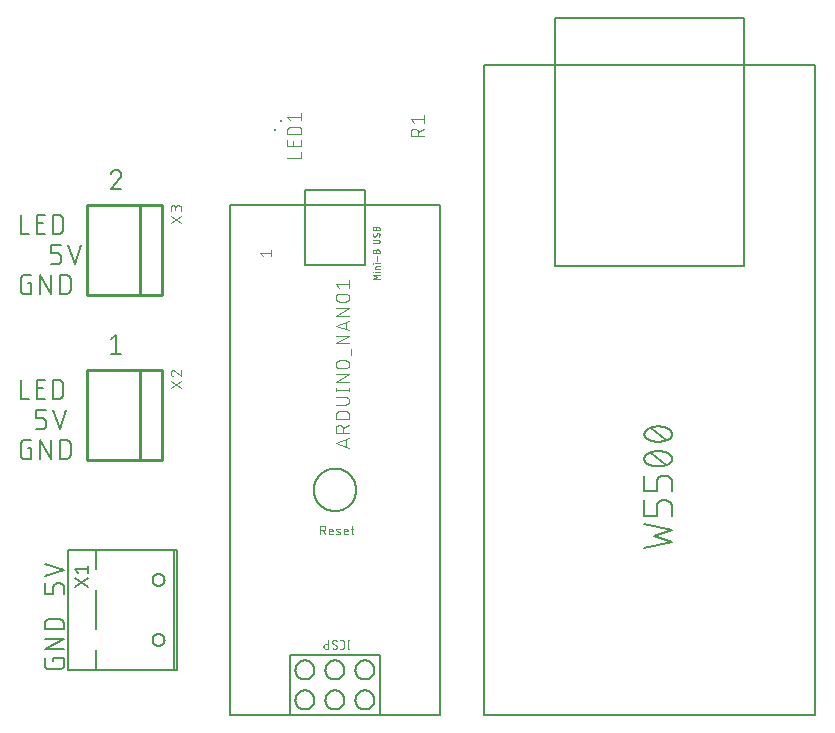
<source format=gbr>
G04 EAGLE Gerber RS-274X export*
G75*
%MOMM*%
%FSLAX34Y34*%
%LPD*%
%INSilkscreen Top*%
%IPPOS*%
%AMOC8*
5,1,8,0,0,1.08239X$1,22.5*%
G01*
%ADD10C,0.152400*%
%ADD11C,0.127000*%
%ADD12C,0.076200*%
%ADD13C,0.050800*%
%ADD14C,0.101600*%
%ADD15C,0.250000*%
%ADD16R,0.200000X0.200000*%
%ADD17C,0.203200*%
%ADD18C,0.254000*%


D10*
X37338Y140462D02*
X37338Y145881D01*
X37336Y145999D01*
X37330Y146117D01*
X37321Y146235D01*
X37307Y146352D01*
X37290Y146469D01*
X37269Y146586D01*
X37244Y146701D01*
X37215Y146816D01*
X37182Y146930D01*
X37146Y147042D01*
X37106Y147153D01*
X37063Y147263D01*
X37016Y147372D01*
X36966Y147479D01*
X36911Y147584D01*
X36854Y147687D01*
X36793Y147788D01*
X36729Y147888D01*
X36662Y147985D01*
X36592Y148080D01*
X36518Y148172D01*
X36442Y148263D01*
X36362Y148350D01*
X36280Y148435D01*
X36195Y148517D01*
X36108Y148597D01*
X36017Y148673D01*
X35925Y148747D01*
X35830Y148817D01*
X35733Y148884D01*
X35633Y148948D01*
X35532Y149009D01*
X35429Y149066D01*
X35324Y149121D01*
X35217Y149171D01*
X35108Y149218D01*
X34998Y149261D01*
X34887Y149301D01*
X34775Y149337D01*
X34661Y149370D01*
X34546Y149399D01*
X34431Y149424D01*
X34314Y149445D01*
X34197Y149462D01*
X34080Y149476D01*
X33962Y149485D01*
X33844Y149491D01*
X33726Y149493D01*
X31919Y149493D01*
X31801Y149491D01*
X31683Y149485D01*
X31565Y149476D01*
X31448Y149462D01*
X31331Y149445D01*
X31214Y149424D01*
X31099Y149399D01*
X30984Y149370D01*
X30870Y149337D01*
X30758Y149301D01*
X30647Y149261D01*
X30537Y149218D01*
X30428Y149171D01*
X30321Y149121D01*
X30216Y149066D01*
X30113Y149009D01*
X30012Y148948D01*
X29912Y148884D01*
X29815Y148817D01*
X29720Y148747D01*
X29628Y148673D01*
X29537Y148597D01*
X29450Y148517D01*
X29365Y148435D01*
X29283Y148350D01*
X29203Y148263D01*
X29127Y148172D01*
X29053Y148080D01*
X28983Y147985D01*
X28916Y147888D01*
X28852Y147788D01*
X28791Y147687D01*
X28734Y147584D01*
X28679Y147479D01*
X28629Y147372D01*
X28582Y147263D01*
X28539Y147153D01*
X28499Y147042D01*
X28463Y146930D01*
X28430Y146816D01*
X28401Y146701D01*
X28376Y146586D01*
X28355Y146469D01*
X28338Y146352D01*
X28324Y146235D01*
X28315Y146117D01*
X28309Y145999D01*
X28307Y145881D01*
X28307Y140462D01*
X21082Y140462D01*
X21082Y149493D01*
X21082Y155190D02*
X37338Y160609D01*
X21082Y166027D01*
X18881Y280162D02*
X13462Y280162D01*
X18881Y280162D02*
X18999Y280164D01*
X19117Y280170D01*
X19235Y280179D01*
X19352Y280193D01*
X19469Y280210D01*
X19586Y280231D01*
X19701Y280256D01*
X19816Y280285D01*
X19930Y280318D01*
X20042Y280354D01*
X20153Y280394D01*
X20263Y280437D01*
X20372Y280484D01*
X20479Y280534D01*
X20584Y280589D01*
X20687Y280646D01*
X20788Y280707D01*
X20888Y280771D01*
X20985Y280838D01*
X21080Y280908D01*
X21172Y280982D01*
X21263Y281058D01*
X21350Y281138D01*
X21435Y281220D01*
X21517Y281305D01*
X21597Y281392D01*
X21673Y281483D01*
X21747Y281575D01*
X21817Y281670D01*
X21884Y281767D01*
X21948Y281867D01*
X22009Y281968D01*
X22066Y282071D01*
X22121Y282176D01*
X22171Y282283D01*
X22218Y282392D01*
X22261Y282502D01*
X22301Y282613D01*
X22337Y282725D01*
X22370Y282839D01*
X22399Y282954D01*
X22424Y283069D01*
X22445Y283186D01*
X22462Y283303D01*
X22476Y283420D01*
X22485Y283538D01*
X22491Y283656D01*
X22493Y283774D01*
X22493Y285581D01*
X22491Y285699D01*
X22485Y285817D01*
X22476Y285935D01*
X22462Y286052D01*
X22445Y286169D01*
X22424Y286286D01*
X22399Y286401D01*
X22370Y286516D01*
X22337Y286630D01*
X22301Y286742D01*
X22261Y286853D01*
X22218Y286963D01*
X22171Y287072D01*
X22121Y287179D01*
X22066Y287284D01*
X22009Y287387D01*
X21948Y287488D01*
X21884Y287588D01*
X21817Y287685D01*
X21747Y287780D01*
X21673Y287872D01*
X21597Y287963D01*
X21517Y288050D01*
X21435Y288135D01*
X21350Y288217D01*
X21263Y288297D01*
X21172Y288373D01*
X21080Y288447D01*
X20985Y288517D01*
X20888Y288584D01*
X20788Y288648D01*
X20687Y288709D01*
X20584Y288766D01*
X20479Y288821D01*
X20372Y288871D01*
X20263Y288918D01*
X20153Y288961D01*
X20042Y289001D01*
X19930Y289037D01*
X19816Y289070D01*
X19701Y289099D01*
X19586Y289124D01*
X19469Y289145D01*
X19352Y289162D01*
X19235Y289176D01*
X19117Y289185D01*
X18999Y289191D01*
X18881Y289193D01*
X13462Y289193D01*
X13462Y296418D01*
X22493Y296418D01*
X28190Y296418D02*
X33609Y280162D01*
X39027Y296418D01*
X31581Y419862D02*
X26162Y419862D01*
X31581Y419862D02*
X31699Y419864D01*
X31817Y419870D01*
X31935Y419879D01*
X32052Y419893D01*
X32169Y419910D01*
X32286Y419931D01*
X32401Y419956D01*
X32516Y419985D01*
X32630Y420018D01*
X32742Y420054D01*
X32853Y420094D01*
X32963Y420137D01*
X33072Y420184D01*
X33179Y420234D01*
X33284Y420289D01*
X33387Y420346D01*
X33488Y420407D01*
X33588Y420471D01*
X33685Y420538D01*
X33780Y420608D01*
X33872Y420682D01*
X33963Y420758D01*
X34050Y420838D01*
X34135Y420920D01*
X34217Y421005D01*
X34297Y421092D01*
X34373Y421183D01*
X34447Y421275D01*
X34517Y421370D01*
X34584Y421467D01*
X34648Y421567D01*
X34709Y421668D01*
X34766Y421771D01*
X34821Y421876D01*
X34871Y421983D01*
X34918Y422092D01*
X34961Y422202D01*
X35001Y422313D01*
X35037Y422425D01*
X35070Y422539D01*
X35099Y422654D01*
X35124Y422769D01*
X35145Y422886D01*
X35162Y423003D01*
X35176Y423120D01*
X35185Y423238D01*
X35191Y423356D01*
X35193Y423474D01*
X35193Y425281D01*
X35191Y425399D01*
X35185Y425517D01*
X35176Y425635D01*
X35162Y425752D01*
X35145Y425869D01*
X35124Y425986D01*
X35099Y426101D01*
X35070Y426216D01*
X35037Y426330D01*
X35001Y426442D01*
X34961Y426553D01*
X34918Y426663D01*
X34871Y426772D01*
X34821Y426879D01*
X34766Y426984D01*
X34709Y427087D01*
X34648Y427188D01*
X34584Y427288D01*
X34517Y427385D01*
X34447Y427480D01*
X34373Y427572D01*
X34297Y427663D01*
X34217Y427750D01*
X34135Y427835D01*
X34050Y427917D01*
X33963Y427997D01*
X33872Y428073D01*
X33780Y428147D01*
X33685Y428217D01*
X33588Y428284D01*
X33488Y428348D01*
X33387Y428409D01*
X33284Y428466D01*
X33179Y428521D01*
X33072Y428571D01*
X32963Y428618D01*
X32853Y428661D01*
X32742Y428701D01*
X32630Y428737D01*
X32516Y428770D01*
X32401Y428799D01*
X32286Y428824D01*
X32169Y428845D01*
X32052Y428862D01*
X31935Y428876D01*
X31817Y428885D01*
X31699Y428891D01*
X31581Y428893D01*
X26162Y428893D01*
X26162Y436118D01*
X35193Y436118D01*
X40890Y436118D02*
X46309Y419862D01*
X51727Y436118D01*
X9793Y403493D02*
X7084Y403493D01*
X9793Y403493D02*
X9793Y394462D01*
X4374Y394462D01*
X4256Y394464D01*
X4138Y394470D01*
X4020Y394479D01*
X3903Y394493D01*
X3786Y394510D01*
X3669Y394531D01*
X3554Y394556D01*
X3439Y394585D01*
X3325Y394618D01*
X3213Y394654D01*
X3102Y394694D01*
X2992Y394737D01*
X2883Y394784D01*
X2776Y394834D01*
X2671Y394889D01*
X2568Y394946D01*
X2467Y395007D01*
X2367Y395071D01*
X2270Y395138D01*
X2175Y395208D01*
X2083Y395282D01*
X1992Y395358D01*
X1905Y395438D01*
X1820Y395520D01*
X1738Y395605D01*
X1658Y395692D01*
X1582Y395783D01*
X1508Y395875D01*
X1438Y395970D01*
X1371Y396067D01*
X1307Y396167D01*
X1246Y396268D01*
X1189Y396371D01*
X1134Y396476D01*
X1084Y396583D01*
X1037Y396692D01*
X994Y396802D01*
X954Y396913D01*
X918Y397025D01*
X885Y397139D01*
X856Y397254D01*
X831Y397369D01*
X810Y397486D01*
X793Y397603D01*
X779Y397720D01*
X770Y397838D01*
X764Y397956D01*
X762Y398074D01*
X762Y407106D01*
X764Y407224D01*
X770Y407342D01*
X779Y407460D01*
X793Y407577D01*
X810Y407694D01*
X831Y407811D01*
X856Y407926D01*
X885Y408041D01*
X918Y408155D01*
X954Y408267D01*
X994Y408378D01*
X1037Y408488D01*
X1084Y408597D01*
X1134Y408704D01*
X1188Y408809D01*
X1246Y408912D01*
X1307Y409013D01*
X1371Y409113D01*
X1438Y409210D01*
X1508Y409305D01*
X1582Y409397D01*
X1658Y409488D01*
X1738Y409575D01*
X1820Y409660D01*
X1905Y409742D01*
X1992Y409822D01*
X2083Y409898D01*
X2175Y409972D01*
X2270Y410042D01*
X2367Y410109D01*
X2467Y410173D01*
X2568Y410234D01*
X2671Y410291D01*
X2776Y410345D01*
X2883Y410396D01*
X2992Y410443D01*
X3102Y410486D01*
X3213Y410526D01*
X3325Y410562D01*
X3439Y410595D01*
X3554Y410624D01*
X3669Y410649D01*
X3786Y410670D01*
X3903Y410687D01*
X4020Y410701D01*
X4138Y410710D01*
X4256Y410716D01*
X4374Y410718D01*
X9793Y410718D01*
X17435Y410718D02*
X17435Y394462D01*
X26466Y394462D02*
X17435Y410718D01*
X26466Y410718D02*
X26466Y394462D01*
X34109Y394462D02*
X34109Y410718D01*
X38624Y410718D01*
X38755Y410716D01*
X38887Y410710D01*
X39018Y410701D01*
X39148Y410687D01*
X39279Y410670D01*
X39408Y410649D01*
X39537Y410625D01*
X39665Y410596D01*
X39793Y410564D01*
X39919Y410528D01*
X40044Y410489D01*
X40169Y410446D01*
X40291Y410399D01*
X40413Y410349D01*
X40533Y410295D01*
X40651Y410238D01*
X40767Y410177D01*
X40882Y410113D01*
X40995Y410046D01*
X41106Y409975D01*
X41214Y409901D01*
X41321Y409824D01*
X41425Y409744D01*
X41527Y409661D01*
X41626Y409576D01*
X41723Y409487D01*
X41817Y409395D01*
X41909Y409301D01*
X41998Y409204D01*
X42083Y409105D01*
X42166Y409003D01*
X42246Y408899D01*
X42323Y408792D01*
X42397Y408684D01*
X42468Y408573D01*
X42535Y408460D01*
X42599Y408345D01*
X42660Y408229D01*
X42717Y408111D01*
X42771Y407991D01*
X42821Y407869D01*
X42868Y407747D01*
X42911Y407622D01*
X42950Y407497D01*
X42986Y407371D01*
X43018Y407243D01*
X43047Y407115D01*
X43071Y406986D01*
X43092Y406857D01*
X43109Y406726D01*
X43123Y406596D01*
X43132Y406465D01*
X43138Y406333D01*
X43140Y406202D01*
X43140Y398978D01*
X43138Y398847D01*
X43132Y398715D01*
X43123Y398584D01*
X43109Y398454D01*
X43092Y398323D01*
X43071Y398194D01*
X43047Y398065D01*
X43018Y397937D01*
X42986Y397809D01*
X42950Y397683D01*
X42911Y397558D01*
X42868Y397433D01*
X42821Y397311D01*
X42771Y397189D01*
X42717Y397069D01*
X42660Y396951D01*
X42599Y396835D01*
X42535Y396720D01*
X42468Y396607D01*
X42397Y396496D01*
X42323Y396388D01*
X42246Y396281D01*
X42166Y396177D01*
X42083Y396075D01*
X41998Y395976D01*
X41909Y395879D01*
X41817Y395785D01*
X41723Y395693D01*
X41626Y395604D01*
X41527Y395519D01*
X41425Y395436D01*
X41321Y395356D01*
X41214Y395279D01*
X41106Y395205D01*
X40995Y395134D01*
X40882Y395067D01*
X40767Y395003D01*
X40651Y394942D01*
X40533Y394885D01*
X40413Y394831D01*
X40291Y394781D01*
X40169Y394734D01*
X40044Y394691D01*
X39919Y394652D01*
X39793Y394616D01*
X39665Y394584D01*
X39537Y394555D01*
X39408Y394531D01*
X39278Y394510D01*
X39148Y394493D01*
X39018Y394479D01*
X38887Y394470D01*
X38755Y394464D01*
X38624Y394462D01*
X34109Y394462D01*
X9793Y263793D02*
X7084Y263793D01*
X9793Y263793D02*
X9793Y254762D01*
X4374Y254762D01*
X4256Y254764D01*
X4138Y254770D01*
X4020Y254779D01*
X3903Y254793D01*
X3786Y254810D01*
X3669Y254831D01*
X3554Y254856D01*
X3439Y254885D01*
X3325Y254918D01*
X3213Y254954D01*
X3102Y254994D01*
X2992Y255037D01*
X2883Y255084D01*
X2776Y255134D01*
X2671Y255189D01*
X2568Y255246D01*
X2467Y255307D01*
X2367Y255371D01*
X2270Y255438D01*
X2175Y255508D01*
X2083Y255582D01*
X1992Y255658D01*
X1905Y255738D01*
X1820Y255820D01*
X1738Y255905D01*
X1658Y255992D01*
X1582Y256083D01*
X1508Y256175D01*
X1438Y256270D01*
X1371Y256367D01*
X1307Y256467D01*
X1246Y256568D01*
X1189Y256671D01*
X1134Y256776D01*
X1084Y256883D01*
X1037Y256992D01*
X994Y257102D01*
X954Y257213D01*
X918Y257325D01*
X885Y257439D01*
X856Y257554D01*
X831Y257669D01*
X810Y257786D01*
X793Y257903D01*
X779Y258020D01*
X770Y258138D01*
X764Y258256D01*
X762Y258374D01*
X762Y267406D01*
X764Y267524D01*
X770Y267642D01*
X779Y267760D01*
X793Y267877D01*
X810Y267994D01*
X831Y268111D01*
X856Y268226D01*
X885Y268341D01*
X918Y268455D01*
X954Y268567D01*
X994Y268678D01*
X1037Y268788D01*
X1084Y268897D01*
X1134Y269004D01*
X1188Y269109D01*
X1246Y269212D01*
X1307Y269313D01*
X1371Y269413D01*
X1438Y269510D01*
X1508Y269605D01*
X1582Y269697D01*
X1658Y269788D01*
X1738Y269875D01*
X1820Y269960D01*
X1905Y270042D01*
X1992Y270122D01*
X2083Y270198D01*
X2175Y270272D01*
X2270Y270342D01*
X2367Y270409D01*
X2467Y270473D01*
X2568Y270534D01*
X2671Y270591D01*
X2776Y270645D01*
X2883Y270696D01*
X2992Y270743D01*
X3102Y270786D01*
X3213Y270826D01*
X3325Y270862D01*
X3439Y270895D01*
X3554Y270924D01*
X3669Y270949D01*
X3786Y270970D01*
X3903Y270987D01*
X4020Y271001D01*
X4138Y271010D01*
X4256Y271016D01*
X4374Y271018D01*
X9793Y271018D01*
X17435Y271018D02*
X17435Y254762D01*
X26466Y254762D02*
X17435Y271018D01*
X26466Y271018D02*
X26466Y254762D01*
X34109Y254762D02*
X34109Y271018D01*
X38624Y271018D01*
X38755Y271016D01*
X38887Y271010D01*
X39018Y271001D01*
X39148Y270987D01*
X39279Y270970D01*
X39408Y270949D01*
X39537Y270925D01*
X39665Y270896D01*
X39793Y270864D01*
X39919Y270828D01*
X40044Y270789D01*
X40169Y270746D01*
X40291Y270699D01*
X40413Y270649D01*
X40533Y270595D01*
X40651Y270538D01*
X40767Y270477D01*
X40882Y270413D01*
X40995Y270346D01*
X41106Y270275D01*
X41214Y270201D01*
X41321Y270124D01*
X41425Y270044D01*
X41527Y269961D01*
X41626Y269876D01*
X41723Y269787D01*
X41817Y269695D01*
X41909Y269601D01*
X41998Y269504D01*
X42083Y269405D01*
X42166Y269303D01*
X42246Y269199D01*
X42323Y269092D01*
X42397Y268984D01*
X42468Y268873D01*
X42535Y268760D01*
X42599Y268645D01*
X42660Y268529D01*
X42717Y268411D01*
X42771Y268291D01*
X42821Y268169D01*
X42868Y268047D01*
X42911Y267922D01*
X42950Y267797D01*
X42986Y267671D01*
X43018Y267543D01*
X43047Y267415D01*
X43071Y267286D01*
X43092Y267157D01*
X43109Y267026D01*
X43123Y266896D01*
X43132Y266765D01*
X43138Y266633D01*
X43140Y266502D01*
X43140Y259278D01*
X43138Y259147D01*
X43132Y259015D01*
X43123Y258884D01*
X43109Y258754D01*
X43092Y258623D01*
X43071Y258494D01*
X43047Y258365D01*
X43018Y258237D01*
X42986Y258109D01*
X42950Y257983D01*
X42911Y257858D01*
X42868Y257733D01*
X42821Y257611D01*
X42771Y257489D01*
X42717Y257369D01*
X42660Y257251D01*
X42599Y257135D01*
X42535Y257020D01*
X42468Y256907D01*
X42397Y256796D01*
X42323Y256688D01*
X42246Y256581D01*
X42166Y256477D01*
X42083Y256375D01*
X41998Y256276D01*
X41909Y256179D01*
X41817Y256085D01*
X41723Y255993D01*
X41626Y255904D01*
X41527Y255819D01*
X41425Y255736D01*
X41321Y255656D01*
X41214Y255579D01*
X41106Y255505D01*
X40995Y255434D01*
X40882Y255367D01*
X40767Y255303D01*
X40651Y255242D01*
X40533Y255185D01*
X40413Y255131D01*
X40291Y255081D01*
X40169Y255034D01*
X40044Y254991D01*
X39919Y254952D01*
X39793Y254916D01*
X39665Y254884D01*
X39537Y254855D01*
X39408Y254831D01*
X39278Y254810D01*
X39148Y254793D01*
X39018Y254779D01*
X38887Y254770D01*
X38755Y254764D01*
X38624Y254762D01*
X34109Y254762D01*
X28307Y85993D02*
X28307Y83284D01*
X28307Y85993D02*
X37338Y85993D01*
X37338Y80574D01*
X37336Y80456D01*
X37330Y80338D01*
X37321Y80220D01*
X37307Y80103D01*
X37290Y79986D01*
X37269Y79869D01*
X37244Y79754D01*
X37215Y79639D01*
X37182Y79525D01*
X37146Y79413D01*
X37106Y79302D01*
X37063Y79192D01*
X37016Y79083D01*
X36966Y78976D01*
X36911Y78871D01*
X36854Y78768D01*
X36793Y78667D01*
X36729Y78567D01*
X36662Y78470D01*
X36592Y78375D01*
X36518Y78283D01*
X36442Y78192D01*
X36362Y78105D01*
X36280Y78020D01*
X36195Y77938D01*
X36108Y77858D01*
X36017Y77782D01*
X35925Y77708D01*
X35830Y77638D01*
X35733Y77571D01*
X35633Y77507D01*
X35532Y77446D01*
X35429Y77389D01*
X35324Y77334D01*
X35217Y77284D01*
X35108Y77237D01*
X34998Y77194D01*
X34887Y77154D01*
X34775Y77118D01*
X34661Y77085D01*
X34546Y77056D01*
X34431Y77031D01*
X34314Y77010D01*
X34197Y76993D01*
X34080Y76979D01*
X33962Y76970D01*
X33844Y76964D01*
X33726Y76962D01*
X24694Y76962D01*
X24576Y76964D01*
X24458Y76970D01*
X24340Y76979D01*
X24222Y76993D01*
X24105Y77010D01*
X23989Y77031D01*
X23874Y77056D01*
X23759Y77085D01*
X23645Y77118D01*
X23533Y77154D01*
X23421Y77194D01*
X23311Y77237D01*
X23203Y77284D01*
X23096Y77335D01*
X22991Y77389D01*
X22888Y77446D01*
X22786Y77507D01*
X22687Y77571D01*
X22590Y77638D01*
X22495Y77709D01*
X22402Y77782D01*
X22312Y77859D01*
X22224Y77938D01*
X22139Y78020D01*
X22057Y78105D01*
X21978Y78193D01*
X21901Y78283D01*
X21828Y78376D01*
X21757Y78470D01*
X21690Y78568D01*
X21626Y78667D01*
X21565Y78768D01*
X21508Y78872D01*
X21454Y78977D01*
X21403Y79084D01*
X21356Y79192D01*
X21313Y79302D01*
X21273Y79414D01*
X21237Y79526D01*
X21204Y79640D01*
X21175Y79755D01*
X21150Y79870D01*
X21129Y79986D01*
X21112Y80103D01*
X21098Y80221D01*
X21089Y80339D01*
X21083Y80457D01*
X21081Y80575D01*
X21082Y80574D02*
X21082Y85993D01*
X21082Y93635D02*
X37338Y93635D01*
X37338Y102666D02*
X21082Y93635D01*
X21082Y102666D02*
X37338Y102666D01*
X37338Y110309D02*
X21082Y110309D01*
X21082Y114824D01*
X21084Y114955D01*
X21090Y115087D01*
X21099Y115218D01*
X21113Y115348D01*
X21130Y115479D01*
X21151Y115608D01*
X21175Y115737D01*
X21204Y115865D01*
X21236Y115993D01*
X21272Y116119D01*
X21311Y116244D01*
X21354Y116369D01*
X21401Y116491D01*
X21451Y116613D01*
X21505Y116733D01*
X21562Y116851D01*
X21623Y116967D01*
X21687Y117082D01*
X21754Y117195D01*
X21825Y117306D01*
X21899Y117414D01*
X21976Y117521D01*
X22056Y117625D01*
X22139Y117727D01*
X22224Y117826D01*
X22313Y117923D01*
X22405Y118017D01*
X22499Y118109D01*
X22596Y118198D01*
X22695Y118283D01*
X22797Y118366D01*
X22901Y118446D01*
X23008Y118523D01*
X23116Y118597D01*
X23227Y118668D01*
X23340Y118735D01*
X23455Y118799D01*
X23571Y118860D01*
X23689Y118917D01*
X23809Y118971D01*
X23931Y119021D01*
X24053Y119068D01*
X24178Y119111D01*
X24303Y119150D01*
X24429Y119186D01*
X24557Y119218D01*
X24685Y119247D01*
X24814Y119271D01*
X24943Y119292D01*
X25074Y119309D01*
X25204Y119323D01*
X25335Y119332D01*
X25467Y119338D01*
X25598Y119340D01*
X32822Y119340D01*
X32953Y119338D01*
X33085Y119332D01*
X33216Y119323D01*
X33346Y119309D01*
X33477Y119292D01*
X33606Y119271D01*
X33735Y119247D01*
X33863Y119218D01*
X33991Y119186D01*
X34117Y119150D01*
X34242Y119111D01*
X34367Y119068D01*
X34489Y119021D01*
X34611Y118971D01*
X34731Y118917D01*
X34849Y118860D01*
X34965Y118799D01*
X35080Y118735D01*
X35193Y118668D01*
X35304Y118597D01*
X35412Y118523D01*
X35519Y118446D01*
X35623Y118366D01*
X35725Y118283D01*
X35824Y118198D01*
X35921Y118109D01*
X36015Y118017D01*
X36107Y117923D01*
X36196Y117826D01*
X36281Y117727D01*
X36364Y117625D01*
X36444Y117521D01*
X36521Y117414D01*
X36595Y117306D01*
X36666Y117195D01*
X36733Y117082D01*
X36797Y116967D01*
X36858Y116851D01*
X36915Y116733D01*
X36969Y116613D01*
X37019Y116491D01*
X37066Y116369D01*
X37109Y116244D01*
X37148Y116119D01*
X37184Y115993D01*
X37216Y115865D01*
X37245Y115737D01*
X37269Y115608D01*
X37290Y115478D01*
X37307Y115348D01*
X37321Y115218D01*
X37330Y115087D01*
X37336Y114955D01*
X37338Y114824D01*
X37338Y110309D01*
X762Y305562D02*
X762Y321818D01*
X762Y305562D02*
X7987Y305562D01*
X14309Y305562D02*
X21534Y305562D01*
X14309Y305562D02*
X14309Y321818D01*
X21534Y321818D01*
X19728Y314593D02*
X14309Y314593D01*
X27826Y321818D02*
X27826Y305562D01*
X27826Y321818D02*
X32342Y321818D01*
X32473Y321816D01*
X32605Y321810D01*
X32736Y321801D01*
X32866Y321787D01*
X32997Y321770D01*
X33126Y321749D01*
X33255Y321725D01*
X33383Y321696D01*
X33511Y321664D01*
X33637Y321628D01*
X33762Y321589D01*
X33887Y321546D01*
X34009Y321499D01*
X34131Y321449D01*
X34251Y321395D01*
X34369Y321338D01*
X34485Y321277D01*
X34600Y321213D01*
X34713Y321146D01*
X34824Y321075D01*
X34932Y321001D01*
X35039Y320924D01*
X35143Y320844D01*
X35245Y320761D01*
X35344Y320676D01*
X35441Y320587D01*
X35535Y320495D01*
X35627Y320401D01*
X35716Y320304D01*
X35801Y320205D01*
X35884Y320103D01*
X35964Y319999D01*
X36041Y319892D01*
X36115Y319784D01*
X36186Y319673D01*
X36253Y319560D01*
X36317Y319445D01*
X36378Y319329D01*
X36435Y319211D01*
X36489Y319091D01*
X36539Y318969D01*
X36586Y318847D01*
X36629Y318722D01*
X36668Y318597D01*
X36704Y318471D01*
X36736Y318343D01*
X36765Y318215D01*
X36789Y318086D01*
X36810Y317957D01*
X36827Y317826D01*
X36841Y317696D01*
X36850Y317565D01*
X36856Y317433D01*
X36858Y317302D01*
X36857Y317302D02*
X36857Y310078D01*
X36858Y310078D02*
X36856Y309947D01*
X36850Y309815D01*
X36841Y309684D01*
X36827Y309554D01*
X36810Y309423D01*
X36789Y309294D01*
X36765Y309165D01*
X36736Y309037D01*
X36704Y308909D01*
X36668Y308783D01*
X36629Y308658D01*
X36586Y308533D01*
X36539Y308411D01*
X36489Y308289D01*
X36435Y308169D01*
X36378Y308051D01*
X36317Y307935D01*
X36253Y307820D01*
X36186Y307707D01*
X36115Y307596D01*
X36041Y307488D01*
X35964Y307381D01*
X35884Y307277D01*
X35801Y307175D01*
X35716Y307076D01*
X35627Y306979D01*
X35535Y306885D01*
X35441Y306793D01*
X35344Y306704D01*
X35245Y306619D01*
X35143Y306536D01*
X35039Y306456D01*
X34932Y306379D01*
X34824Y306305D01*
X34713Y306234D01*
X34600Y306167D01*
X34485Y306103D01*
X34369Y306042D01*
X34251Y305985D01*
X34131Y305931D01*
X34009Y305881D01*
X33887Y305834D01*
X33762Y305791D01*
X33637Y305752D01*
X33511Y305716D01*
X33383Y305684D01*
X33255Y305655D01*
X33126Y305631D01*
X32997Y305610D01*
X32866Y305593D01*
X32736Y305579D01*
X32605Y305570D01*
X32473Y305564D01*
X32342Y305562D01*
X27826Y305562D01*
X762Y445262D02*
X762Y461518D01*
X762Y445262D02*
X7987Y445262D01*
X14309Y445262D02*
X21534Y445262D01*
X14309Y445262D02*
X14309Y461518D01*
X21534Y461518D01*
X19728Y454293D02*
X14309Y454293D01*
X27826Y461518D02*
X27826Y445262D01*
X27826Y461518D02*
X32342Y461518D01*
X32473Y461516D01*
X32605Y461510D01*
X32736Y461501D01*
X32866Y461487D01*
X32997Y461470D01*
X33126Y461449D01*
X33255Y461425D01*
X33383Y461396D01*
X33511Y461364D01*
X33637Y461328D01*
X33762Y461289D01*
X33887Y461246D01*
X34009Y461199D01*
X34131Y461149D01*
X34251Y461095D01*
X34369Y461038D01*
X34485Y460977D01*
X34600Y460913D01*
X34713Y460846D01*
X34824Y460775D01*
X34932Y460701D01*
X35039Y460624D01*
X35143Y460544D01*
X35245Y460461D01*
X35344Y460376D01*
X35441Y460287D01*
X35535Y460195D01*
X35627Y460101D01*
X35716Y460004D01*
X35801Y459905D01*
X35884Y459803D01*
X35964Y459699D01*
X36041Y459592D01*
X36115Y459484D01*
X36186Y459373D01*
X36253Y459260D01*
X36317Y459145D01*
X36378Y459029D01*
X36435Y458911D01*
X36489Y458791D01*
X36539Y458669D01*
X36586Y458547D01*
X36629Y458422D01*
X36668Y458297D01*
X36704Y458171D01*
X36736Y458043D01*
X36765Y457915D01*
X36789Y457786D01*
X36810Y457657D01*
X36827Y457526D01*
X36841Y457396D01*
X36850Y457265D01*
X36856Y457133D01*
X36858Y457002D01*
X36857Y457002D02*
X36857Y449778D01*
X36858Y449778D02*
X36856Y449647D01*
X36850Y449515D01*
X36841Y449384D01*
X36827Y449254D01*
X36810Y449123D01*
X36789Y448994D01*
X36765Y448865D01*
X36736Y448737D01*
X36704Y448609D01*
X36668Y448483D01*
X36629Y448358D01*
X36586Y448233D01*
X36539Y448111D01*
X36489Y447989D01*
X36435Y447869D01*
X36378Y447751D01*
X36317Y447635D01*
X36253Y447520D01*
X36186Y447407D01*
X36115Y447296D01*
X36041Y447188D01*
X35964Y447081D01*
X35884Y446977D01*
X35801Y446875D01*
X35716Y446776D01*
X35627Y446679D01*
X35535Y446585D01*
X35441Y446493D01*
X35344Y446404D01*
X35245Y446319D01*
X35143Y446236D01*
X35039Y446156D01*
X34932Y446079D01*
X34824Y446005D01*
X34713Y445934D01*
X34600Y445867D01*
X34485Y445803D01*
X34369Y445742D01*
X34251Y445685D01*
X34131Y445631D01*
X34009Y445581D01*
X33887Y445534D01*
X33762Y445491D01*
X33637Y445452D01*
X33511Y445416D01*
X33383Y445384D01*
X33255Y445355D01*
X33126Y445331D01*
X32997Y445310D01*
X32866Y445293D01*
X32736Y445279D01*
X32605Y445270D01*
X32473Y445264D01*
X32342Y445262D01*
X27826Y445262D01*
X81929Y499618D02*
X82054Y499616D01*
X82179Y499610D01*
X82304Y499601D01*
X82428Y499587D01*
X82552Y499570D01*
X82676Y499549D01*
X82798Y499524D01*
X82920Y499495D01*
X83041Y499463D01*
X83161Y499427D01*
X83280Y499387D01*
X83397Y499344D01*
X83513Y499297D01*
X83628Y499246D01*
X83740Y499192D01*
X83852Y499134D01*
X83961Y499074D01*
X84068Y499009D01*
X84174Y498942D01*
X84277Y498871D01*
X84378Y498797D01*
X84477Y498720D01*
X84573Y498640D01*
X84667Y498557D01*
X84758Y498472D01*
X84847Y498383D01*
X84932Y498292D01*
X85015Y498198D01*
X85095Y498102D01*
X85172Y498003D01*
X85246Y497902D01*
X85317Y497799D01*
X85384Y497693D01*
X85449Y497586D01*
X85509Y497477D01*
X85567Y497365D01*
X85621Y497253D01*
X85672Y497138D01*
X85719Y497022D01*
X85762Y496905D01*
X85802Y496786D01*
X85838Y496666D01*
X85870Y496545D01*
X85899Y496423D01*
X85924Y496301D01*
X85945Y496177D01*
X85962Y496053D01*
X85976Y495929D01*
X85985Y495804D01*
X85991Y495679D01*
X85993Y495554D01*
X81929Y499618D02*
X81786Y499616D01*
X81644Y499610D01*
X81501Y499600D01*
X81359Y499587D01*
X81218Y499569D01*
X81076Y499548D01*
X80936Y499523D01*
X80796Y499494D01*
X80657Y499461D01*
X80519Y499424D01*
X80382Y499384D01*
X80247Y499340D01*
X80112Y499292D01*
X79979Y499240D01*
X79847Y499185D01*
X79717Y499126D01*
X79589Y499064D01*
X79462Y498998D01*
X79337Y498929D01*
X79214Y498857D01*
X79094Y498781D01*
X78975Y498702D01*
X78858Y498619D01*
X78744Y498534D01*
X78632Y498445D01*
X78523Y498354D01*
X78416Y498259D01*
X78311Y498162D01*
X78210Y498061D01*
X78111Y497958D01*
X78015Y497853D01*
X77922Y497744D01*
X77832Y497633D01*
X77745Y497520D01*
X77661Y497405D01*
X77581Y497287D01*
X77503Y497167D01*
X77429Y497045D01*
X77359Y496921D01*
X77291Y496795D01*
X77228Y496667D01*
X77167Y496538D01*
X77110Y496407D01*
X77057Y496275D01*
X77008Y496141D01*
X76962Y496006D01*
X84638Y492393D02*
X84732Y492485D01*
X84822Y492579D01*
X84910Y492676D01*
X84995Y492776D01*
X85077Y492878D01*
X85156Y492983D01*
X85231Y493090D01*
X85303Y493199D01*
X85372Y493310D01*
X85438Y493424D01*
X85500Y493539D01*
X85559Y493656D01*
X85614Y493775D01*
X85665Y493895D01*
X85713Y494017D01*
X85758Y494140D01*
X85798Y494264D01*
X85835Y494390D01*
X85868Y494517D01*
X85897Y494644D01*
X85923Y494773D01*
X85944Y494902D01*
X85962Y495032D01*
X85975Y495162D01*
X85985Y495292D01*
X85991Y495423D01*
X85993Y495554D01*
X84638Y492393D02*
X76962Y483362D01*
X85993Y483362D01*
X81478Y359918D02*
X76962Y356306D01*
X81478Y359918D02*
X81478Y343662D01*
X85993Y343662D02*
X76962Y343662D01*
D11*
X355600Y469900D02*
X355600Y38100D01*
X304800Y38100D01*
X228600Y38100D01*
X177800Y38100D01*
X177800Y469900D01*
X292100Y469900D01*
X355600Y469900D01*
X292100Y469900D02*
X292100Y482600D01*
X241300Y482600D01*
X241300Y419100D02*
X292100Y419100D01*
X292100Y469900D01*
X241300Y482600D02*
X241300Y419100D01*
X248739Y228600D02*
X248744Y229041D01*
X248761Y229481D01*
X248788Y229921D01*
X248825Y230360D01*
X248874Y230799D01*
X248933Y231235D01*
X249003Y231671D01*
X249084Y232104D01*
X249175Y232535D01*
X249277Y232964D01*
X249390Y233390D01*
X249512Y233814D01*
X249646Y234234D01*
X249789Y234651D01*
X249943Y235064D01*
X250106Y235473D01*
X250280Y235879D01*
X250463Y236279D01*
X250657Y236675D01*
X250860Y237067D01*
X251072Y237453D01*
X251294Y237834D01*
X251526Y238209D01*
X251766Y238579D01*
X252015Y238942D01*
X252274Y239299D01*
X252541Y239650D01*
X252816Y239994D01*
X253100Y240332D01*
X253392Y240662D01*
X253692Y240985D01*
X254000Y241300D01*
X254315Y241608D01*
X254638Y241908D01*
X254968Y242200D01*
X255306Y242484D01*
X255650Y242759D01*
X256001Y243026D01*
X256358Y243285D01*
X256721Y243534D01*
X257091Y243774D01*
X257466Y244006D01*
X257847Y244228D01*
X258233Y244440D01*
X258625Y244643D01*
X259021Y244837D01*
X259421Y245020D01*
X259827Y245194D01*
X260236Y245357D01*
X260649Y245511D01*
X261066Y245654D01*
X261486Y245788D01*
X261910Y245910D01*
X262336Y246023D01*
X262765Y246125D01*
X263196Y246216D01*
X263629Y246297D01*
X264065Y246367D01*
X264501Y246426D01*
X264940Y246475D01*
X265379Y246512D01*
X265819Y246539D01*
X266259Y246556D01*
X266700Y246561D01*
X267141Y246556D01*
X267581Y246539D01*
X268021Y246512D01*
X268460Y246475D01*
X268899Y246426D01*
X269335Y246367D01*
X269771Y246297D01*
X270204Y246216D01*
X270635Y246125D01*
X271064Y246023D01*
X271490Y245910D01*
X271914Y245788D01*
X272334Y245654D01*
X272751Y245511D01*
X273164Y245357D01*
X273573Y245194D01*
X273979Y245020D01*
X274379Y244837D01*
X274775Y244643D01*
X275167Y244440D01*
X275553Y244228D01*
X275934Y244006D01*
X276309Y243774D01*
X276679Y243534D01*
X277042Y243285D01*
X277399Y243026D01*
X277750Y242759D01*
X278094Y242484D01*
X278432Y242200D01*
X278762Y241908D01*
X279085Y241608D01*
X279400Y241300D01*
X279708Y240985D01*
X280008Y240662D01*
X280300Y240332D01*
X280584Y239994D01*
X280859Y239650D01*
X281126Y239299D01*
X281385Y238942D01*
X281634Y238579D01*
X281874Y238209D01*
X282106Y237834D01*
X282328Y237453D01*
X282540Y237067D01*
X282743Y236675D01*
X282937Y236279D01*
X283120Y235879D01*
X283294Y235473D01*
X283457Y235064D01*
X283611Y234651D01*
X283754Y234234D01*
X283888Y233814D01*
X284010Y233390D01*
X284123Y232964D01*
X284225Y232535D01*
X284316Y232104D01*
X284397Y231671D01*
X284467Y231235D01*
X284526Y230799D01*
X284575Y230360D01*
X284612Y229921D01*
X284639Y229481D01*
X284656Y229041D01*
X284661Y228600D01*
X284656Y228159D01*
X284639Y227719D01*
X284612Y227279D01*
X284575Y226840D01*
X284526Y226401D01*
X284467Y225965D01*
X284397Y225529D01*
X284316Y225096D01*
X284225Y224665D01*
X284123Y224236D01*
X284010Y223810D01*
X283888Y223386D01*
X283754Y222966D01*
X283611Y222549D01*
X283457Y222136D01*
X283294Y221727D01*
X283120Y221321D01*
X282937Y220921D01*
X282743Y220525D01*
X282540Y220133D01*
X282328Y219747D01*
X282106Y219366D01*
X281874Y218991D01*
X281634Y218621D01*
X281385Y218258D01*
X281126Y217901D01*
X280859Y217550D01*
X280584Y217206D01*
X280300Y216868D01*
X280008Y216538D01*
X279708Y216215D01*
X279400Y215900D01*
X279085Y215592D01*
X278762Y215292D01*
X278432Y215000D01*
X278094Y214716D01*
X277750Y214441D01*
X277399Y214174D01*
X277042Y213915D01*
X276679Y213666D01*
X276309Y213426D01*
X275934Y213194D01*
X275553Y212972D01*
X275167Y212760D01*
X274775Y212557D01*
X274379Y212363D01*
X273979Y212180D01*
X273573Y212006D01*
X273164Y211843D01*
X272751Y211689D01*
X272334Y211546D01*
X271914Y211412D01*
X271490Y211290D01*
X271064Y211177D01*
X270635Y211075D01*
X270204Y210984D01*
X269771Y210903D01*
X269335Y210833D01*
X268899Y210774D01*
X268460Y210725D01*
X268021Y210688D01*
X267581Y210661D01*
X267141Y210644D01*
X266700Y210639D01*
X266259Y210644D01*
X265819Y210661D01*
X265379Y210688D01*
X264940Y210725D01*
X264501Y210774D01*
X264065Y210833D01*
X263629Y210903D01*
X263196Y210984D01*
X262765Y211075D01*
X262336Y211177D01*
X261910Y211290D01*
X261486Y211412D01*
X261066Y211546D01*
X260649Y211689D01*
X260236Y211843D01*
X259827Y212006D01*
X259421Y212180D01*
X259021Y212363D01*
X258625Y212557D01*
X258233Y212760D01*
X257847Y212972D01*
X257466Y213194D01*
X257091Y213426D01*
X256721Y213666D01*
X256358Y213915D01*
X256001Y214174D01*
X255650Y214441D01*
X255306Y214716D01*
X254968Y215000D01*
X254638Y215292D01*
X254315Y215592D01*
X254000Y215900D01*
X253692Y216215D01*
X253392Y216538D01*
X253100Y216868D01*
X252816Y217206D01*
X252541Y217550D01*
X252274Y217901D01*
X252015Y218258D01*
X251766Y218621D01*
X251526Y218991D01*
X251294Y219366D01*
X251072Y219747D01*
X250860Y220133D01*
X250657Y220525D01*
X250463Y220921D01*
X250280Y221321D01*
X250106Y221727D01*
X249943Y222136D01*
X249789Y222549D01*
X249646Y222966D01*
X249512Y223386D01*
X249390Y223810D01*
X249277Y224236D01*
X249175Y224665D01*
X249084Y225096D01*
X249003Y225529D01*
X248933Y225965D01*
X248874Y226401D01*
X248825Y226840D01*
X248788Y227279D01*
X248761Y227719D01*
X248744Y228159D01*
X248739Y228600D01*
D12*
X254381Y198247D02*
X254381Y190881D01*
X254381Y198247D02*
X256427Y198247D01*
X256516Y198245D01*
X256605Y198239D01*
X256694Y198229D01*
X256782Y198216D01*
X256870Y198199D01*
X256957Y198177D01*
X257042Y198152D01*
X257127Y198124D01*
X257210Y198091D01*
X257292Y198055D01*
X257372Y198016D01*
X257450Y197973D01*
X257526Y197927D01*
X257601Y197877D01*
X257673Y197824D01*
X257742Y197768D01*
X257809Y197709D01*
X257874Y197648D01*
X257935Y197583D01*
X257994Y197516D01*
X258050Y197447D01*
X258103Y197375D01*
X258153Y197300D01*
X258199Y197224D01*
X258242Y197146D01*
X258281Y197066D01*
X258317Y196984D01*
X258350Y196901D01*
X258378Y196816D01*
X258403Y196731D01*
X258425Y196644D01*
X258442Y196556D01*
X258455Y196468D01*
X258465Y196379D01*
X258471Y196290D01*
X258473Y196201D01*
X258471Y196112D01*
X258465Y196023D01*
X258455Y195934D01*
X258442Y195846D01*
X258425Y195758D01*
X258403Y195671D01*
X258378Y195586D01*
X258350Y195501D01*
X258317Y195418D01*
X258281Y195336D01*
X258242Y195256D01*
X258199Y195178D01*
X258153Y195102D01*
X258103Y195027D01*
X258050Y194955D01*
X257994Y194886D01*
X257935Y194819D01*
X257874Y194754D01*
X257809Y194693D01*
X257742Y194634D01*
X257673Y194578D01*
X257601Y194525D01*
X257526Y194475D01*
X257450Y194429D01*
X257372Y194386D01*
X257292Y194347D01*
X257210Y194311D01*
X257127Y194278D01*
X257042Y194250D01*
X256957Y194225D01*
X256870Y194203D01*
X256782Y194186D01*
X256694Y194173D01*
X256605Y194163D01*
X256516Y194157D01*
X256427Y194155D01*
X254381Y194155D01*
X256836Y194155D02*
X258473Y190881D01*
X262794Y190881D02*
X264840Y190881D01*
X262794Y190881D02*
X262725Y190883D01*
X262657Y190889D01*
X262588Y190898D01*
X262521Y190912D01*
X262454Y190929D01*
X262388Y190950D01*
X262324Y190974D01*
X262261Y191003D01*
X262200Y191034D01*
X262141Y191069D01*
X262083Y191107D01*
X262028Y191149D01*
X261976Y191193D01*
X261926Y191241D01*
X261878Y191291D01*
X261834Y191343D01*
X261792Y191398D01*
X261754Y191456D01*
X261719Y191515D01*
X261688Y191576D01*
X261659Y191639D01*
X261635Y191703D01*
X261614Y191769D01*
X261597Y191836D01*
X261583Y191903D01*
X261574Y191972D01*
X261568Y192040D01*
X261566Y192109D01*
X261567Y192109D02*
X261567Y194155D01*
X261566Y194155D02*
X261568Y194234D01*
X261574Y194313D01*
X261583Y194392D01*
X261596Y194470D01*
X261614Y194547D01*
X261634Y194623D01*
X261659Y194698D01*
X261687Y194772D01*
X261718Y194845D01*
X261754Y194916D01*
X261792Y194985D01*
X261834Y195052D01*
X261879Y195117D01*
X261927Y195180D01*
X261978Y195241D01*
X262032Y195298D01*
X262088Y195354D01*
X262147Y195406D01*
X262209Y195456D01*
X262273Y195502D01*
X262339Y195546D01*
X262407Y195586D01*
X262477Y195622D01*
X262549Y195656D01*
X262623Y195686D01*
X262697Y195712D01*
X262773Y195735D01*
X262850Y195753D01*
X262927Y195769D01*
X263006Y195780D01*
X263084Y195788D01*
X263163Y195792D01*
X263243Y195792D01*
X263322Y195788D01*
X263400Y195780D01*
X263479Y195769D01*
X263556Y195753D01*
X263633Y195735D01*
X263709Y195712D01*
X263783Y195686D01*
X263857Y195656D01*
X263929Y195622D01*
X263999Y195586D01*
X264067Y195546D01*
X264133Y195502D01*
X264197Y195456D01*
X264259Y195406D01*
X264318Y195354D01*
X264374Y195298D01*
X264428Y195241D01*
X264479Y195180D01*
X264527Y195117D01*
X264572Y195052D01*
X264614Y194985D01*
X264652Y194916D01*
X264688Y194845D01*
X264719Y194772D01*
X264747Y194698D01*
X264772Y194623D01*
X264792Y194547D01*
X264810Y194470D01*
X264823Y194392D01*
X264832Y194313D01*
X264838Y194234D01*
X264840Y194155D01*
X264840Y193336D01*
X261567Y193336D01*
X268520Y193746D02*
X270566Y192927D01*
X268520Y193746D02*
X268461Y193771D01*
X268404Y193800D01*
X268349Y193833D01*
X268296Y193869D01*
X268245Y193907D01*
X268197Y193949D01*
X268151Y193994D01*
X268108Y194041D01*
X268068Y194091D01*
X268031Y194143D01*
X267997Y194198D01*
X267966Y194254D01*
X267939Y194312D01*
X267916Y194372D01*
X267896Y194432D01*
X267880Y194494D01*
X267867Y194557D01*
X267859Y194621D01*
X267854Y194684D01*
X267853Y194748D01*
X267856Y194812D01*
X267863Y194876D01*
X267874Y194939D01*
X267888Y195001D01*
X267906Y195063D01*
X267928Y195123D01*
X267953Y195182D01*
X267982Y195239D01*
X268015Y195294D01*
X268050Y195347D01*
X268089Y195398D01*
X268131Y195447D01*
X268175Y195493D01*
X268223Y195536D01*
X268272Y195576D01*
X268325Y195613D01*
X268379Y195647D01*
X268435Y195678D01*
X268493Y195705D01*
X268552Y195729D01*
X268613Y195748D01*
X268675Y195765D01*
X268738Y195777D01*
X268801Y195786D01*
X268865Y195791D01*
X268929Y195792D01*
X269065Y195788D01*
X269200Y195780D01*
X269336Y195768D01*
X269470Y195752D01*
X269605Y195732D01*
X269738Y195709D01*
X269871Y195681D01*
X270003Y195650D01*
X270134Y195615D01*
X270264Y195576D01*
X270393Y195533D01*
X270520Y195486D01*
X270646Y195436D01*
X270771Y195382D01*
X270566Y192927D02*
X270625Y192902D01*
X270682Y192873D01*
X270737Y192840D01*
X270790Y192804D01*
X270841Y192766D01*
X270889Y192724D01*
X270935Y192679D01*
X270978Y192632D01*
X271018Y192582D01*
X271055Y192530D01*
X271089Y192475D01*
X271120Y192419D01*
X271147Y192361D01*
X271170Y192301D01*
X271190Y192241D01*
X271206Y192179D01*
X271219Y192116D01*
X271227Y192052D01*
X271232Y191989D01*
X271233Y191925D01*
X271230Y191861D01*
X271223Y191797D01*
X271212Y191734D01*
X271198Y191672D01*
X271180Y191610D01*
X271158Y191550D01*
X271133Y191491D01*
X271104Y191434D01*
X271071Y191379D01*
X271036Y191326D01*
X270997Y191275D01*
X270955Y191226D01*
X270911Y191180D01*
X270863Y191137D01*
X270814Y191097D01*
X270761Y191060D01*
X270707Y191026D01*
X270651Y190995D01*
X270593Y190968D01*
X270534Y190944D01*
X270473Y190925D01*
X270411Y190908D01*
X270348Y190896D01*
X270285Y190887D01*
X270221Y190882D01*
X270157Y190881D01*
X269993Y190885D01*
X269829Y190893D01*
X269665Y190905D01*
X269502Y190921D01*
X269339Y190941D01*
X269176Y190964D01*
X269015Y190992D01*
X268853Y191023D01*
X268693Y191058D01*
X268534Y191097D01*
X268375Y191140D01*
X268218Y191186D01*
X268061Y191236D01*
X267906Y191290D01*
X275474Y190881D02*
X277520Y190881D01*
X275474Y190881D02*
X275405Y190883D01*
X275337Y190889D01*
X275268Y190898D01*
X275201Y190912D01*
X275134Y190929D01*
X275068Y190950D01*
X275004Y190974D01*
X274941Y191003D01*
X274880Y191034D01*
X274821Y191069D01*
X274763Y191107D01*
X274708Y191149D01*
X274656Y191193D01*
X274606Y191241D01*
X274558Y191291D01*
X274514Y191343D01*
X274472Y191398D01*
X274434Y191456D01*
X274399Y191515D01*
X274368Y191576D01*
X274339Y191639D01*
X274315Y191703D01*
X274294Y191769D01*
X274277Y191836D01*
X274263Y191903D01*
X274254Y191972D01*
X274248Y192040D01*
X274246Y192109D01*
X274246Y194155D01*
X274248Y194234D01*
X274254Y194313D01*
X274263Y194392D01*
X274276Y194470D01*
X274294Y194547D01*
X274314Y194623D01*
X274339Y194698D01*
X274367Y194772D01*
X274398Y194845D01*
X274434Y194916D01*
X274472Y194985D01*
X274514Y195052D01*
X274559Y195117D01*
X274607Y195180D01*
X274658Y195241D01*
X274712Y195298D01*
X274768Y195354D01*
X274827Y195406D01*
X274889Y195456D01*
X274953Y195502D01*
X275019Y195546D01*
X275087Y195586D01*
X275157Y195622D01*
X275229Y195656D01*
X275303Y195686D01*
X275377Y195712D01*
X275453Y195735D01*
X275530Y195753D01*
X275607Y195769D01*
X275686Y195780D01*
X275764Y195788D01*
X275843Y195792D01*
X275923Y195792D01*
X276002Y195788D01*
X276080Y195780D01*
X276159Y195769D01*
X276236Y195753D01*
X276313Y195735D01*
X276389Y195712D01*
X276463Y195686D01*
X276537Y195656D01*
X276609Y195622D01*
X276679Y195586D01*
X276747Y195546D01*
X276813Y195502D01*
X276877Y195456D01*
X276939Y195406D01*
X276998Y195354D01*
X277054Y195298D01*
X277108Y195241D01*
X277159Y195180D01*
X277207Y195117D01*
X277252Y195052D01*
X277294Y194985D01*
X277332Y194916D01*
X277368Y194845D01*
X277399Y194772D01*
X277427Y194698D01*
X277452Y194623D01*
X277472Y194547D01*
X277490Y194470D01*
X277503Y194392D01*
X277512Y194313D01*
X277518Y194234D01*
X277520Y194155D01*
X277520Y193336D01*
X274246Y193336D01*
X279956Y195792D02*
X282411Y195792D01*
X280774Y198247D02*
X280774Y192109D01*
X280776Y192040D01*
X280782Y191972D01*
X280791Y191903D01*
X280805Y191836D01*
X280822Y191769D01*
X280843Y191703D01*
X280867Y191639D01*
X280896Y191576D01*
X280927Y191515D01*
X280962Y191456D01*
X281000Y191398D01*
X281042Y191343D01*
X281086Y191291D01*
X281134Y191241D01*
X281184Y191193D01*
X281236Y191149D01*
X281291Y191107D01*
X281349Y191069D01*
X281408Y191034D01*
X281469Y191003D01*
X281532Y190974D01*
X281596Y190950D01*
X281662Y190929D01*
X281729Y190912D01*
X281796Y190898D01*
X281865Y190889D01*
X281933Y190883D01*
X282002Y190881D01*
X282411Y190881D01*
X205669Y426198D02*
X203581Y428808D01*
X212979Y428808D01*
X212979Y426198D02*
X212979Y431419D01*
D13*
X298958Y406654D02*
X304546Y406654D01*
X302062Y408517D02*
X298958Y406654D01*
X302062Y408517D02*
X298958Y410379D01*
X304546Y410379D01*
X304546Y412906D02*
X300821Y412906D01*
X299268Y412751D02*
X298958Y412751D01*
X298958Y413061D01*
X299268Y413061D01*
X299268Y412751D01*
X300821Y415322D02*
X304546Y415322D01*
X300821Y415322D02*
X300821Y416874D01*
X300823Y416932D01*
X300828Y416991D01*
X300837Y417048D01*
X300850Y417106D01*
X300867Y417162D01*
X300886Y417217D01*
X300910Y417270D01*
X300936Y417323D01*
X300966Y417373D01*
X300999Y417421D01*
X301035Y417467D01*
X301073Y417511D01*
X301115Y417553D01*
X301159Y417591D01*
X301205Y417627D01*
X301253Y417660D01*
X301303Y417690D01*
X301356Y417716D01*
X301409Y417740D01*
X301464Y417759D01*
X301520Y417776D01*
X301578Y417789D01*
X301635Y417798D01*
X301694Y417803D01*
X301752Y417805D01*
X304546Y417805D01*
X304546Y420221D02*
X300821Y420221D01*
X299268Y420066D02*
X298958Y420066D01*
X298958Y420376D01*
X299268Y420376D01*
X299268Y420066D01*
X302373Y422564D02*
X302373Y426290D01*
X301442Y428993D02*
X301442Y430545D01*
X301444Y430622D01*
X301450Y430700D01*
X301459Y430776D01*
X301473Y430853D01*
X301490Y430928D01*
X301511Y431002D01*
X301536Y431076D01*
X301564Y431148D01*
X301596Y431218D01*
X301631Y431287D01*
X301670Y431354D01*
X301712Y431419D01*
X301757Y431482D01*
X301805Y431543D01*
X301856Y431601D01*
X301910Y431656D01*
X301967Y431709D01*
X302026Y431758D01*
X302088Y431805D01*
X302152Y431849D01*
X302218Y431889D01*
X302286Y431926D01*
X302356Y431960D01*
X302427Y431990D01*
X302500Y432016D01*
X302574Y432039D01*
X302649Y432058D01*
X302724Y432073D01*
X302801Y432085D01*
X302878Y432093D01*
X302955Y432097D01*
X303033Y432097D01*
X303110Y432093D01*
X303187Y432085D01*
X303264Y432073D01*
X303339Y432058D01*
X303414Y432039D01*
X303488Y432016D01*
X303561Y431990D01*
X303632Y431960D01*
X303702Y431926D01*
X303770Y431889D01*
X303836Y431849D01*
X303900Y431805D01*
X303962Y431758D01*
X304021Y431709D01*
X304078Y431656D01*
X304132Y431601D01*
X304183Y431543D01*
X304231Y431482D01*
X304276Y431419D01*
X304318Y431354D01*
X304357Y431287D01*
X304392Y431218D01*
X304424Y431148D01*
X304452Y431076D01*
X304477Y431002D01*
X304498Y430928D01*
X304515Y430853D01*
X304529Y430776D01*
X304538Y430700D01*
X304544Y430622D01*
X304546Y430545D01*
X304546Y428993D01*
X298958Y428993D01*
X298958Y430545D01*
X298960Y430615D01*
X298966Y430684D01*
X298976Y430753D01*
X298989Y430821D01*
X299007Y430889D01*
X299028Y430955D01*
X299053Y431020D01*
X299081Y431084D01*
X299113Y431146D01*
X299148Y431206D01*
X299187Y431264D01*
X299229Y431319D01*
X299274Y431373D01*
X299322Y431423D01*
X299372Y431471D01*
X299426Y431516D01*
X299481Y431558D01*
X299539Y431597D01*
X299599Y431632D01*
X299661Y431664D01*
X299725Y431692D01*
X299790Y431717D01*
X299856Y431738D01*
X299924Y431756D01*
X299992Y431769D01*
X300061Y431779D01*
X300130Y431785D01*
X300200Y431787D01*
X300270Y431785D01*
X300339Y431779D01*
X300408Y431769D01*
X300476Y431756D01*
X300544Y431738D01*
X300610Y431717D01*
X300675Y431692D01*
X300739Y431664D01*
X300801Y431632D01*
X300861Y431597D01*
X300919Y431558D01*
X300974Y431516D01*
X301028Y431471D01*
X301078Y431423D01*
X301126Y431373D01*
X301171Y431319D01*
X301213Y431264D01*
X301252Y431206D01*
X301287Y431146D01*
X301319Y431084D01*
X301347Y431020D01*
X301372Y430955D01*
X301393Y430889D01*
X301411Y430821D01*
X301424Y430753D01*
X301434Y430684D01*
X301440Y430615D01*
X301442Y430545D01*
X302994Y437322D02*
X298958Y437322D01*
X302994Y437322D02*
X303071Y437324D01*
X303149Y437330D01*
X303225Y437339D01*
X303302Y437353D01*
X303377Y437370D01*
X303451Y437391D01*
X303525Y437416D01*
X303597Y437444D01*
X303667Y437476D01*
X303736Y437511D01*
X303803Y437550D01*
X303868Y437592D01*
X303931Y437637D01*
X303992Y437685D01*
X304050Y437736D01*
X304105Y437790D01*
X304158Y437847D01*
X304207Y437906D01*
X304254Y437968D01*
X304298Y438032D01*
X304338Y438098D01*
X304375Y438166D01*
X304409Y438236D01*
X304439Y438307D01*
X304465Y438380D01*
X304488Y438454D01*
X304507Y438529D01*
X304522Y438604D01*
X304534Y438681D01*
X304542Y438758D01*
X304546Y438835D01*
X304546Y438913D01*
X304542Y438990D01*
X304534Y439067D01*
X304522Y439144D01*
X304507Y439219D01*
X304488Y439294D01*
X304465Y439368D01*
X304439Y439441D01*
X304409Y439512D01*
X304375Y439582D01*
X304338Y439650D01*
X304298Y439716D01*
X304254Y439780D01*
X304207Y439842D01*
X304158Y439901D01*
X304105Y439958D01*
X304050Y440012D01*
X303992Y440063D01*
X303931Y440111D01*
X303868Y440156D01*
X303803Y440198D01*
X303736Y440237D01*
X303667Y440272D01*
X303597Y440304D01*
X303525Y440332D01*
X303451Y440357D01*
X303377Y440378D01*
X303302Y440395D01*
X303225Y440409D01*
X303149Y440418D01*
X303071Y440424D01*
X302994Y440426D01*
X302994Y440427D02*
X298958Y440427D01*
X303304Y445913D02*
X303374Y445911D01*
X303443Y445905D01*
X303512Y445895D01*
X303580Y445882D01*
X303648Y445864D01*
X303714Y445843D01*
X303779Y445818D01*
X303843Y445790D01*
X303905Y445758D01*
X303965Y445723D01*
X304023Y445684D01*
X304078Y445642D01*
X304132Y445597D01*
X304182Y445549D01*
X304230Y445499D01*
X304275Y445445D01*
X304317Y445390D01*
X304356Y445332D01*
X304391Y445272D01*
X304423Y445210D01*
X304451Y445146D01*
X304476Y445081D01*
X304497Y445015D01*
X304515Y444947D01*
X304528Y444879D01*
X304538Y444810D01*
X304544Y444741D01*
X304546Y444671D01*
X304544Y444572D01*
X304539Y444474D01*
X304529Y444376D01*
X304516Y444278D01*
X304500Y444181D01*
X304480Y444084D01*
X304456Y443989D01*
X304428Y443894D01*
X304397Y443800D01*
X304363Y443708D01*
X304325Y443617D01*
X304284Y443527D01*
X304239Y443439D01*
X304191Y443353D01*
X304140Y443269D01*
X304086Y443187D01*
X304028Y443106D01*
X303968Y443028D01*
X303905Y442953D01*
X303839Y442879D01*
X303770Y442809D01*
X300200Y442964D02*
X300130Y442966D01*
X300061Y442972D01*
X299992Y442982D01*
X299924Y442995D01*
X299856Y443013D01*
X299790Y443034D01*
X299725Y443059D01*
X299661Y443087D01*
X299599Y443119D01*
X299539Y443154D01*
X299481Y443193D01*
X299426Y443235D01*
X299372Y443280D01*
X299322Y443328D01*
X299274Y443378D01*
X299229Y443432D01*
X299187Y443487D01*
X299148Y443545D01*
X299113Y443605D01*
X299081Y443667D01*
X299053Y443731D01*
X299028Y443796D01*
X299007Y443862D01*
X298989Y443930D01*
X298976Y443998D01*
X298966Y444067D01*
X298960Y444136D01*
X298958Y444206D01*
X298960Y444300D01*
X298966Y444393D01*
X298975Y444486D01*
X298988Y444579D01*
X299005Y444671D01*
X299025Y444762D01*
X299050Y444853D01*
X299077Y444942D01*
X299109Y445030D01*
X299144Y445117D01*
X299182Y445203D01*
X299224Y445286D01*
X299269Y445369D01*
X299317Y445449D01*
X299369Y445527D01*
X299424Y445603D01*
X301286Y443585D02*
X301250Y443526D01*
X301210Y443470D01*
X301167Y443416D01*
X301122Y443364D01*
X301073Y443315D01*
X301022Y443269D01*
X300969Y443226D01*
X300913Y443185D01*
X300855Y443148D01*
X300795Y443113D01*
X300734Y443083D01*
X300671Y443055D01*
X300606Y443031D01*
X300540Y443011D01*
X300473Y442994D01*
X300406Y442981D01*
X300338Y442972D01*
X300269Y442966D01*
X300200Y442964D01*
X302218Y445292D02*
X302254Y445351D01*
X302294Y445407D01*
X302337Y445461D01*
X302382Y445513D01*
X302431Y445562D01*
X302482Y445608D01*
X302535Y445651D01*
X302591Y445692D01*
X302649Y445729D01*
X302709Y445764D01*
X302770Y445794D01*
X302833Y445822D01*
X302898Y445846D01*
X302964Y445866D01*
X303031Y445883D01*
X303098Y445896D01*
X303166Y445905D01*
X303235Y445911D01*
X303304Y445913D01*
X302218Y445292D02*
X301286Y443585D01*
X301442Y448378D02*
X301442Y449930D01*
X301444Y450007D01*
X301450Y450085D01*
X301459Y450161D01*
X301473Y450238D01*
X301490Y450313D01*
X301511Y450387D01*
X301536Y450461D01*
X301564Y450533D01*
X301596Y450603D01*
X301631Y450672D01*
X301670Y450739D01*
X301712Y450804D01*
X301757Y450867D01*
X301805Y450928D01*
X301856Y450986D01*
X301910Y451041D01*
X301967Y451094D01*
X302026Y451143D01*
X302088Y451190D01*
X302152Y451234D01*
X302218Y451274D01*
X302286Y451311D01*
X302356Y451345D01*
X302427Y451375D01*
X302500Y451401D01*
X302574Y451424D01*
X302649Y451443D01*
X302724Y451458D01*
X302801Y451470D01*
X302878Y451478D01*
X302955Y451482D01*
X303033Y451482D01*
X303110Y451478D01*
X303187Y451470D01*
X303264Y451458D01*
X303339Y451443D01*
X303414Y451424D01*
X303488Y451401D01*
X303561Y451375D01*
X303632Y451345D01*
X303702Y451311D01*
X303770Y451274D01*
X303836Y451234D01*
X303900Y451190D01*
X303962Y451143D01*
X304021Y451094D01*
X304078Y451041D01*
X304132Y450986D01*
X304183Y450928D01*
X304231Y450867D01*
X304276Y450804D01*
X304318Y450739D01*
X304357Y450672D01*
X304392Y450603D01*
X304424Y450533D01*
X304452Y450461D01*
X304477Y450387D01*
X304498Y450313D01*
X304515Y450238D01*
X304529Y450161D01*
X304538Y450085D01*
X304544Y450007D01*
X304546Y449930D01*
X304546Y448378D01*
X298958Y448378D01*
X298958Y449930D01*
X298960Y450000D01*
X298966Y450069D01*
X298976Y450138D01*
X298989Y450206D01*
X299007Y450274D01*
X299028Y450340D01*
X299053Y450405D01*
X299081Y450469D01*
X299113Y450531D01*
X299148Y450591D01*
X299187Y450649D01*
X299229Y450704D01*
X299274Y450758D01*
X299322Y450808D01*
X299372Y450856D01*
X299426Y450901D01*
X299481Y450943D01*
X299539Y450982D01*
X299599Y451017D01*
X299661Y451049D01*
X299725Y451077D01*
X299790Y451102D01*
X299856Y451123D01*
X299924Y451141D01*
X299992Y451154D01*
X300061Y451164D01*
X300130Y451170D01*
X300200Y451172D01*
X300270Y451170D01*
X300339Y451164D01*
X300408Y451154D01*
X300476Y451141D01*
X300544Y451123D01*
X300610Y451102D01*
X300675Y451077D01*
X300739Y451049D01*
X300801Y451017D01*
X300861Y450982D01*
X300919Y450943D01*
X300974Y450901D01*
X301028Y450856D01*
X301078Y450808D01*
X301126Y450758D01*
X301171Y450704D01*
X301213Y450649D01*
X301252Y450591D01*
X301287Y450531D01*
X301319Y450469D01*
X301347Y450405D01*
X301372Y450340D01*
X301393Y450274D01*
X301411Y450206D01*
X301424Y450138D01*
X301434Y450069D01*
X301440Y450000D01*
X301442Y449930D01*
D11*
X304800Y88900D02*
X304800Y38100D01*
X304800Y88900D02*
X228600Y88900D01*
X228600Y38100D01*
X233300Y50800D02*
X233302Y50996D01*
X233310Y51193D01*
X233322Y51389D01*
X233339Y51584D01*
X233360Y51779D01*
X233387Y51974D01*
X233418Y52168D01*
X233454Y52361D01*
X233494Y52553D01*
X233540Y52744D01*
X233590Y52934D01*
X233644Y53122D01*
X233704Y53309D01*
X233768Y53495D01*
X233836Y53679D01*
X233909Y53861D01*
X233986Y54042D01*
X234068Y54220D01*
X234154Y54397D01*
X234245Y54571D01*
X234339Y54743D01*
X234438Y54913D01*
X234541Y55080D01*
X234648Y55245D01*
X234759Y55406D01*
X234874Y55566D01*
X234993Y55722D01*
X235116Y55875D01*
X235242Y56025D01*
X235372Y56172D01*
X235506Y56316D01*
X235643Y56457D01*
X235784Y56594D01*
X235928Y56728D01*
X236075Y56858D01*
X236225Y56984D01*
X236378Y57107D01*
X236534Y57226D01*
X236694Y57341D01*
X236855Y57452D01*
X237020Y57559D01*
X237187Y57662D01*
X237357Y57761D01*
X237529Y57855D01*
X237703Y57946D01*
X237880Y58032D01*
X238058Y58114D01*
X238239Y58191D01*
X238421Y58264D01*
X238605Y58332D01*
X238791Y58396D01*
X238978Y58456D01*
X239166Y58510D01*
X239356Y58560D01*
X239547Y58606D01*
X239739Y58646D01*
X239932Y58682D01*
X240126Y58713D01*
X240321Y58740D01*
X240516Y58761D01*
X240711Y58778D01*
X240907Y58790D01*
X241104Y58798D01*
X241300Y58800D01*
X241496Y58798D01*
X241693Y58790D01*
X241889Y58778D01*
X242084Y58761D01*
X242279Y58740D01*
X242474Y58713D01*
X242668Y58682D01*
X242861Y58646D01*
X243053Y58606D01*
X243244Y58560D01*
X243434Y58510D01*
X243622Y58456D01*
X243809Y58396D01*
X243995Y58332D01*
X244179Y58264D01*
X244361Y58191D01*
X244542Y58114D01*
X244720Y58032D01*
X244897Y57946D01*
X245071Y57855D01*
X245243Y57761D01*
X245413Y57662D01*
X245580Y57559D01*
X245745Y57452D01*
X245906Y57341D01*
X246066Y57226D01*
X246222Y57107D01*
X246375Y56984D01*
X246525Y56858D01*
X246672Y56728D01*
X246816Y56594D01*
X246957Y56457D01*
X247094Y56316D01*
X247228Y56172D01*
X247358Y56025D01*
X247484Y55875D01*
X247607Y55722D01*
X247726Y55566D01*
X247841Y55406D01*
X247952Y55245D01*
X248059Y55080D01*
X248162Y54913D01*
X248261Y54743D01*
X248355Y54571D01*
X248446Y54397D01*
X248532Y54220D01*
X248614Y54042D01*
X248691Y53861D01*
X248764Y53679D01*
X248832Y53495D01*
X248896Y53309D01*
X248956Y53122D01*
X249010Y52934D01*
X249060Y52744D01*
X249106Y52553D01*
X249146Y52361D01*
X249182Y52168D01*
X249213Y51974D01*
X249240Y51779D01*
X249261Y51584D01*
X249278Y51389D01*
X249290Y51193D01*
X249298Y50996D01*
X249300Y50800D01*
X249298Y50604D01*
X249290Y50407D01*
X249278Y50211D01*
X249261Y50016D01*
X249240Y49821D01*
X249213Y49626D01*
X249182Y49432D01*
X249146Y49239D01*
X249106Y49047D01*
X249060Y48856D01*
X249010Y48666D01*
X248956Y48478D01*
X248896Y48291D01*
X248832Y48105D01*
X248764Y47921D01*
X248691Y47739D01*
X248614Y47558D01*
X248532Y47380D01*
X248446Y47203D01*
X248355Y47029D01*
X248261Y46857D01*
X248162Y46687D01*
X248059Y46520D01*
X247952Y46355D01*
X247841Y46194D01*
X247726Y46034D01*
X247607Y45878D01*
X247484Y45725D01*
X247358Y45575D01*
X247228Y45428D01*
X247094Y45284D01*
X246957Y45143D01*
X246816Y45006D01*
X246672Y44872D01*
X246525Y44742D01*
X246375Y44616D01*
X246222Y44493D01*
X246066Y44374D01*
X245906Y44259D01*
X245745Y44148D01*
X245580Y44041D01*
X245413Y43938D01*
X245243Y43839D01*
X245071Y43745D01*
X244897Y43654D01*
X244720Y43568D01*
X244542Y43486D01*
X244361Y43409D01*
X244179Y43336D01*
X243995Y43268D01*
X243809Y43204D01*
X243622Y43144D01*
X243434Y43090D01*
X243244Y43040D01*
X243053Y42994D01*
X242861Y42954D01*
X242668Y42918D01*
X242474Y42887D01*
X242279Y42860D01*
X242084Y42839D01*
X241889Y42822D01*
X241693Y42810D01*
X241496Y42802D01*
X241300Y42800D01*
X241104Y42802D01*
X240907Y42810D01*
X240711Y42822D01*
X240516Y42839D01*
X240321Y42860D01*
X240126Y42887D01*
X239932Y42918D01*
X239739Y42954D01*
X239547Y42994D01*
X239356Y43040D01*
X239166Y43090D01*
X238978Y43144D01*
X238791Y43204D01*
X238605Y43268D01*
X238421Y43336D01*
X238239Y43409D01*
X238058Y43486D01*
X237880Y43568D01*
X237703Y43654D01*
X237529Y43745D01*
X237357Y43839D01*
X237187Y43938D01*
X237020Y44041D01*
X236855Y44148D01*
X236694Y44259D01*
X236534Y44374D01*
X236378Y44493D01*
X236225Y44616D01*
X236075Y44742D01*
X235928Y44872D01*
X235784Y45006D01*
X235643Y45143D01*
X235506Y45284D01*
X235372Y45428D01*
X235242Y45575D01*
X235116Y45725D01*
X234993Y45878D01*
X234874Y46034D01*
X234759Y46194D01*
X234648Y46355D01*
X234541Y46520D01*
X234438Y46687D01*
X234339Y46857D01*
X234245Y47029D01*
X234154Y47203D01*
X234068Y47380D01*
X233986Y47558D01*
X233909Y47739D01*
X233836Y47921D01*
X233768Y48105D01*
X233704Y48291D01*
X233644Y48478D01*
X233590Y48666D01*
X233540Y48856D01*
X233494Y49047D01*
X233454Y49239D01*
X233418Y49432D01*
X233387Y49626D01*
X233360Y49821D01*
X233339Y50016D01*
X233322Y50211D01*
X233310Y50407D01*
X233302Y50604D01*
X233300Y50800D01*
X258700Y50800D02*
X258702Y50996D01*
X258710Y51193D01*
X258722Y51389D01*
X258739Y51584D01*
X258760Y51779D01*
X258787Y51974D01*
X258818Y52168D01*
X258854Y52361D01*
X258894Y52553D01*
X258940Y52744D01*
X258990Y52934D01*
X259044Y53122D01*
X259104Y53309D01*
X259168Y53495D01*
X259236Y53679D01*
X259309Y53861D01*
X259386Y54042D01*
X259468Y54220D01*
X259554Y54397D01*
X259645Y54571D01*
X259739Y54743D01*
X259838Y54913D01*
X259941Y55080D01*
X260048Y55245D01*
X260159Y55406D01*
X260274Y55566D01*
X260393Y55722D01*
X260516Y55875D01*
X260642Y56025D01*
X260772Y56172D01*
X260906Y56316D01*
X261043Y56457D01*
X261184Y56594D01*
X261328Y56728D01*
X261475Y56858D01*
X261625Y56984D01*
X261778Y57107D01*
X261934Y57226D01*
X262094Y57341D01*
X262255Y57452D01*
X262420Y57559D01*
X262587Y57662D01*
X262757Y57761D01*
X262929Y57855D01*
X263103Y57946D01*
X263280Y58032D01*
X263458Y58114D01*
X263639Y58191D01*
X263821Y58264D01*
X264005Y58332D01*
X264191Y58396D01*
X264378Y58456D01*
X264566Y58510D01*
X264756Y58560D01*
X264947Y58606D01*
X265139Y58646D01*
X265332Y58682D01*
X265526Y58713D01*
X265721Y58740D01*
X265916Y58761D01*
X266111Y58778D01*
X266307Y58790D01*
X266504Y58798D01*
X266700Y58800D01*
X266896Y58798D01*
X267093Y58790D01*
X267289Y58778D01*
X267484Y58761D01*
X267679Y58740D01*
X267874Y58713D01*
X268068Y58682D01*
X268261Y58646D01*
X268453Y58606D01*
X268644Y58560D01*
X268834Y58510D01*
X269022Y58456D01*
X269209Y58396D01*
X269395Y58332D01*
X269579Y58264D01*
X269761Y58191D01*
X269942Y58114D01*
X270120Y58032D01*
X270297Y57946D01*
X270471Y57855D01*
X270643Y57761D01*
X270813Y57662D01*
X270980Y57559D01*
X271145Y57452D01*
X271306Y57341D01*
X271466Y57226D01*
X271622Y57107D01*
X271775Y56984D01*
X271925Y56858D01*
X272072Y56728D01*
X272216Y56594D01*
X272357Y56457D01*
X272494Y56316D01*
X272628Y56172D01*
X272758Y56025D01*
X272884Y55875D01*
X273007Y55722D01*
X273126Y55566D01*
X273241Y55406D01*
X273352Y55245D01*
X273459Y55080D01*
X273562Y54913D01*
X273661Y54743D01*
X273755Y54571D01*
X273846Y54397D01*
X273932Y54220D01*
X274014Y54042D01*
X274091Y53861D01*
X274164Y53679D01*
X274232Y53495D01*
X274296Y53309D01*
X274356Y53122D01*
X274410Y52934D01*
X274460Y52744D01*
X274506Y52553D01*
X274546Y52361D01*
X274582Y52168D01*
X274613Y51974D01*
X274640Y51779D01*
X274661Y51584D01*
X274678Y51389D01*
X274690Y51193D01*
X274698Y50996D01*
X274700Y50800D01*
X274698Y50604D01*
X274690Y50407D01*
X274678Y50211D01*
X274661Y50016D01*
X274640Y49821D01*
X274613Y49626D01*
X274582Y49432D01*
X274546Y49239D01*
X274506Y49047D01*
X274460Y48856D01*
X274410Y48666D01*
X274356Y48478D01*
X274296Y48291D01*
X274232Y48105D01*
X274164Y47921D01*
X274091Y47739D01*
X274014Y47558D01*
X273932Y47380D01*
X273846Y47203D01*
X273755Y47029D01*
X273661Y46857D01*
X273562Y46687D01*
X273459Y46520D01*
X273352Y46355D01*
X273241Y46194D01*
X273126Y46034D01*
X273007Y45878D01*
X272884Y45725D01*
X272758Y45575D01*
X272628Y45428D01*
X272494Y45284D01*
X272357Y45143D01*
X272216Y45006D01*
X272072Y44872D01*
X271925Y44742D01*
X271775Y44616D01*
X271622Y44493D01*
X271466Y44374D01*
X271306Y44259D01*
X271145Y44148D01*
X270980Y44041D01*
X270813Y43938D01*
X270643Y43839D01*
X270471Y43745D01*
X270297Y43654D01*
X270120Y43568D01*
X269942Y43486D01*
X269761Y43409D01*
X269579Y43336D01*
X269395Y43268D01*
X269209Y43204D01*
X269022Y43144D01*
X268834Y43090D01*
X268644Y43040D01*
X268453Y42994D01*
X268261Y42954D01*
X268068Y42918D01*
X267874Y42887D01*
X267679Y42860D01*
X267484Y42839D01*
X267289Y42822D01*
X267093Y42810D01*
X266896Y42802D01*
X266700Y42800D01*
X266504Y42802D01*
X266307Y42810D01*
X266111Y42822D01*
X265916Y42839D01*
X265721Y42860D01*
X265526Y42887D01*
X265332Y42918D01*
X265139Y42954D01*
X264947Y42994D01*
X264756Y43040D01*
X264566Y43090D01*
X264378Y43144D01*
X264191Y43204D01*
X264005Y43268D01*
X263821Y43336D01*
X263639Y43409D01*
X263458Y43486D01*
X263280Y43568D01*
X263103Y43654D01*
X262929Y43745D01*
X262757Y43839D01*
X262587Y43938D01*
X262420Y44041D01*
X262255Y44148D01*
X262094Y44259D01*
X261934Y44374D01*
X261778Y44493D01*
X261625Y44616D01*
X261475Y44742D01*
X261328Y44872D01*
X261184Y45006D01*
X261043Y45143D01*
X260906Y45284D01*
X260772Y45428D01*
X260642Y45575D01*
X260516Y45725D01*
X260393Y45878D01*
X260274Y46034D01*
X260159Y46194D01*
X260048Y46355D01*
X259941Y46520D01*
X259838Y46687D01*
X259739Y46857D01*
X259645Y47029D01*
X259554Y47203D01*
X259468Y47380D01*
X259386Y47558D01*
X259309Y47739D01*
X259236Y47921D01*
X259168Y48105D01*
X259104Y48291D01*
X259044Y48478D01*
X258990Y48666D01*
X258940Y48856D01*
X258894Y49047D01*
X258854Y49239D01*
X258818Y49432D01*
X258787Y49626D01*
X258760Y49821D01*
X258739Y50016D01*
X258722Y50211D01*
X258710Y50407D01*
X258702Y50604D01*
X258700Y50800D01*
X284100Y50800D02*
X284102Y50996D01*
X284110Y51193D01*
X284122Y51389D01*
X284139Y51584D01*
X284160Y51779D01*
X284187Y51974D01*
X284218Y52168D01*
X284254Y52361D01*
X284294Y52553D01*
X284340Y52744D01*
X284390Y52934D01*
X284444Y53122D01*
X284504Y53309D01*
X284568Y53495D01*
X284636Y53679D01*
X284709Y53861D01*
X284786Y54042D01*
X284868Y54220D01*
X284954Y54397D01*
X285045Y54571D01*
X285139Y54743D01*
X285238Y54913D01*
X285341Y55080D01*
X285448Y55245D01*
X285559Y55406D01*
X285674Y55566D01*
X285793Y55722D01*
X285916Y55875D01*
X286042Y56025D01*
X286172Y56172D01*
X286306Y56316D01*
X286443Y56457D01*
X286584Y56594D01*
X286728Y56728D01*
X286875Y56858D01*
X287025Y56984D01*
X287178Y57107D01*
X287334Y57226D01*
X287494Y57341D01*
X287655Y57452D01*
X287820Y57559D01*
X287987Y57662D01*
X288157Y57761D01*
X288329Y57855D01*
X288503Y57946D01*
X288680Y58032D01*
X288858Y58114D01*
X289039Y58191D01*
X289221Y58264D01*
X289405Y58332D01*
X289591Y58396D01*
X289778Y58456D01*
X289966Y58510D01*
X290156Y58560D01*
X290347Y58606D01*
X290539Y58646D01*
X290732Y58682D01*
X290926Y58713D01*
X291121Y58740D01*
X291316Y58761D01*
X291511Y58778D01*
X291707Y58790D01*
X291904Y58798D01*
X292100Y58800D01*
X292296Y58798D01*
X292493Y58790D01*
X292689Y58778D01*
X292884Y58761D01*
X293079Y58740D01*
X293274Y58713D01*
X293468Y58682D01*
X293661Y58646D01*
X293853Y58606D01*
X294044Y58560D01*
X294234Y58510D01*
X294422Y58456D01*
X294609Y58396D01*
X294795Y58332D01*
X294979Y58264D01*
X295161Y58191D01*
X295342Y58114D01*
X295520Y58032D01*
X295697Y57946D01*
X295871Y57855D01*
X296043Y57761D01*
X296213Y57662D01*
X296380Y57559D01*
X296545Y57452D01*
X296706Y57341D01*
X296866Y57226D01*
X297022Y57107D01*
X297175Y56984D01*
X297325Y56858D01*
X297472Y56728D01*
X297616Y56594D01*
X297757Y56457D01*
X297894Y56316D01*
X298028Y56172D01*
X298158Y56025D01*
X298284Y55875D01*
X298407Y55722D01*
X298526Y55566D01*
X298641Y55406D01*
X298752Y55245D01*
X298859Y55080D01*
X298962Y54913D01*
X299061Y54743D01*
X299155Y54571D01*
X299246Y54397D01*
X299332Y54220D01*
X299414Y54042D01*
X299491Y53861D01*
X299564Y53679D01*
X299632Y53495D01*
X299696Y53309D01*
X299756Y53122D01*
X299810Y52934D01*
X299860Y52744D01*
X299906Y52553D01*
X299946Y52361D01*
X299982Y52168D01*
X300013Y51974D01*
X300040Y51779D01*
X300061Y51584D01*
X300078Y51389D01*
X300090Y51193D01*
X300098Y50996D01*
X300100Y50800D01*
X300098Y50604D01*
X300090Y50407D01*
X300078Y50211D01*
X300061Y50016D01*
X300040Y49821D01*
X300013Y49626D01*
X299982Y49432D01*
X299946Y49239D01*
X299906Y49047D01*
X299860Y48856D01*
X299810Y48666D01*
X299756Y48478D01*
X299696Y48291D01*
X299632Y48105D01*
X299564Y47921D01*
X299491Y47739D01*
X299414Y47558D01*
X299332Y47380D01*
X299246Y47203D01*
X299155Y47029D01*
X299061Y46857D01*
X298962Y46687D01*
X298859Y46520D01*
X298752Y46355D01*
X298641Y46194D01*
X298526Y46034D01*
X298407Y45878D01*
X298284Y45725D01*
X298158Y45575D01*
X298028Y45428D01*
X297894Y45284D01*
X297757Y45143D01*
X297616Y45006D01*
X297472Y44872D01*
X297325Y44742D01*
X297175Y44616D01*
X297022Y44493D01*
X296866Y44374D01*
X296706Y44259D01*
X296545Y44148D01*
X296380Y44041D01*
X296213Y43938D01*
X296043Y43839D01*
X295871Y43745D01*
X295697Y43654D01*
X295520Y43568D01*
X295342Y43486D01*
X295161Y43409D01*
X294979Y43336D01*
X294795Y43268D01*
X294609Y43204D01*
X294422Y43144D01*
X294234Y43090D01*
X294044Y43040D01*
X293853Y42994D01*
X293661Y42954D01*
X293468Y42918D01*
X293274Y42887D01*
X293079Y42860D01*
X292884Y42839D01*
X292689Y42822D01*
X292493Y42810D01*
X292296Y42802D01*
X292100Y42800D01*
X291904Y42802D01*
X291707Y42810D01*
X291511Y42822D01*
X291316Y42839D01*
X291121Y42860D01*
X290926Y42887D01*
X290732Y42918D01*
X290539Y42954D01*
X290347Y42994D01*
X290156Y43040D01*
X289966Y43090D01*
X289778Y43144D01*
X289591Y43204D01*
X289405Y43268D01*
X289221Y43336D01*
X289039Y43409D01*
X288858Y43486D01*
X288680Y43568D01*
X288503Y43654D01*
X288329Y43745D01*
X288157Y43839D01*
X287987Y43938D01*
X287820Y44041D01*
X287655Y44148D01*
X287494Y44259D01*
X287334Y44374D01*
X287178Y44493D01*
X287025Y44616D01*
X286875Y44742D01*
X286728Y44872D01*
X286584Y45006D01*
X286443Y45143D01*
X286306Y45284D01*
X286172Y45428D01*
X286042Y45575D01*
X285916Y45725D01*
X285793Y45878D01*
X285674Y46034D01*
X285559Y46194D01*
X285448Y46355D01*
X285341Y46520D01*
X285238Y46687D01*
X285139Y46857D01*
X285045Y47029D01*
X284954Y47203D01*
X284868Y47380D01*
X284786Y47558D01*
X284709Y47739D01*
X284636Y47921D01*
X284568Y48105D01*
X284504Y48291D01*
X284444Y48478D01*
X284390Y48666D01*
X284340Y48856D01*
X284294Y49047D01*
X284254Y49239D01*
X284218Y49432D01*
X284187Y49626D01*
X284160Y49821D01*
X284139Y50016D01*
X284122Y50211D01*
X284110Y50407D01*
X284102Y50604D01*
X284100Y50800D01*
X284100Y76200D02*
X284102Y76396D01*
X284110Y76593D01*
X284122Y76789D01*
X284139Y76984D01*
X284160Y77179D01*
X284187Y77374D01*
X284218Y77568D01*
X284254Y77761D01*
X284294Y77953D01*
X284340Y78144D01*
X284390Y78334D01*
X284444Y78522D01*
X284504Y78709D01*
X284568Y78895D01*
X284636Y79079D01*
X284709Y79261D01*
X284786Y79442D01*
X284868Y79620D01*
X284954Y79797D01*
X285045Y79971D01*
X285139Y80143D01*
X285238Y80313D01*
X285341Y80480D01*
X285448Y80645D01*
X285559Y80806D01*
X285674Y80966D01*
X285793Y81122D01*
X285916Y81275D01*
X286042Y81425D01*
X286172Y81572D01*
X286306Y81716D01*
X286443Y81857D01*
X286584Y81994D01*
X286728Y82128D01*
X286875Y82258D01*
X287025Y82384D01*
X287178Y82507D01*
X287334Y82626D01*
X287494Y82741D01*
X287655Y82852D01*
X287820Y82959D01*
X287987Y83062D01*
X288157Y83161D01*
X288329Y83255D01*
X288503Y83346D01*
X288680Y83432D01*
X288858Y83514D01*
X289039Y83591D01*
X289221Y83664D01*
X289405Y83732D01*
X289591Y83796D01*
X289778Y83856D01*
X289966Y83910D01*
X290156Y83960D01*
X290347Y84006D01*
X290539Y84046D01*
X290732Y84082D01*
X290926Y84113D01*
X291121Y84140D01*
X291316Y84161D01*
X291511Y84178D01*
X291707Y84190D01*
X291904Y84198D01*
X292100Y84200D01*
X292296Y84198D01*
X292493Y84190D01*
X292689Y84178D01*
X292884Y84161D01*
X293079Y84140D01*
X293274Y84113D01*
X293468Y84082D01*
X293661Y84046D01*
X293853Y84006D01*
X294044Y83960D01*
X294234Y83910D01*
X294422Y83856D01*
X294609Y83796D01*
X294795Y83732D01*
X294979Y83664D01*
X295161Y83591D01*
X295342Y83514D01*
X295520Y83432D01*
X295697Y83346D01*
X295871Y83255D01*
X296043Y83161D01*
X296213Y83062D01*
X296380Y82959D01*
X296545Y82852D01*
X296706Y82741D01*
X296866Y82626D01*
X297022Y82507D01*
X297175Y82384D01*
X297325Y82258D01*
X297472Y82128D01*
X297616Y81994D01*
X297757Y81857D01*
X297894Y81716D01*
X298028Y81572D01*
X298158Y81425D01*
X298284Y81275D01*
X298407Y81122D01*
X298526Y80966D01*
X298641Y80806D01*
X298752Y80645D01*
X298859Y80480D01*
X298962Y80313D01*
X299061Y80143D01*
X299155Y79971D01*
X299246Y79797D01*
X299332Y79620D01*
X299414Y79442D01*
X299491Y79261D01*
X299564Y79079D01*
X299632Y78895D01*
X299696Y78709D01*
X299756Y78522D01*
X299810Y78334D01*
X299860Y78144D01*
X299906Y77953D01*
X299946Y77761D01*
X299982Y77568D01*
X300013Y77374D01*
X300040Y77179D01*
X300061Y76984D01*
X300078Y76789D01*
X300090Y76593D01*
X300098Y76396D01*
X300100Y76200D01*
X300098Y76004D01*
X300090Y75807D01*
X300078Y75611D01*
X300061Y75416D01*
X300040Y75221D01*
X300013Y75026D01*
X299982Y74832D01*
X299946Y74639D01*
X299906Y74447D01*
X299860Y74256D01*
X299810Y74066D01*
X299756Y73878D01*
X299696Y73691D01*
X299632Y73505D01*
X299564Y73321D01*
X299491Y73139D01*
X299414Y72958D01*
X299332Y72780D01*
X299246Y72603D01*
X299155Y72429D01*
X299061Y72257D01*
X298962Y72087D01*
X298859Y71920D01*
X298752Y71755D01*
X298641Y71594D01*
X298526Y71434D01*
X298407Y71278D01*
X298284Y71125D01*
X298158Y70975D01*
X298028Y70828D01*
X297894Y70684D01*
X297757Y70543D01*
X297616Y70406D01*
X297472Y70272D01*
X297325Y70142D01*
X297175Y70016D01*
X297022Y69893D01*
X296866Y69774D01*
X296706Y69659D01*
X296545Y69548D01*
X296380Y69441D01*
X296213Y69338D01*
X296043Y69239D01*
X295871Y69145D01*
X295697Y69054D01*
X295520Y68968D01*
X295342Y68886D01*
X295161Y68809D01*
X294979Y68736D01*
X294795Y68668D01*
X294609Y68604D01*
X294422Y68544D01*
X294234Y68490D01*
X294044Y68440D01*
X293853Y68394D01*
X293661Y68354D01*
X293468Y68318D01*
X293274Y68287D01*
X293079Y68260D01*
X292884Y68239D01*
X292689Y68222D01*
X292493Y68210D01*
X292296Y68202D01*
X292100Y68200D01*
X291904Y68202D01*
X291707Y68210D01*
X291511Y68222D01*
X291316Y68239D01*
X291121Y68260D01*
X290926Y68287D01*
X290732Y68318D01*
X290539Y68354D01*
X290347Y68394D01*
X290156Y68440D01*
X289966Y68490D01*
X289778Y68544D01*
X289591Y68604D01*
X289405Y68668D01*
X289221Y68736D01*
X289039Y68809D01*
X288858Y68886D01*
X288680Y68968D01*
X288503Y69054D01*
X288329Y69145D01*
X288157Y69239D01*
X287987Y69338D01*
X287820Y69441D01*
X287655Y69548D01*
X287494Y69659D01*
X287334Y69774D01*
X287178Y69893D01*
X287025Y70016D01*
X286875Y70142D01*
X286728Y70272D01*
X286584Y70406D01*
X286443Y70543D01*
X286306Y70684D01*
X286172Y70828D01*
X286042Y70975D01*
X285916Y71125D01*
X285793Y71278D01*
X285674Y71434D01*
X285559Y71594D01*
X285448Y71755D01*
X285341Y71920D01*
X285238Y72087D01*
X285139Y72257D01*
X285045Y72429D01*
X284954Y72603D01*
X284868Y72780D01*
X284786Y72958D01*
X284709Y73139D01*
X284636Y73321D01*
X284568Y73505D01*
X284504Y73691D01*
X284444Y73878D01*
X284390Y74066D01*
X284340Y74256D01*
X284294Y74447D01*
X284254Y74639D01*
X284218Y74832D01*
X284187Y75026D01*
X284160Y75221D01*
X284139Y75416D01*
X284122Y75611D01*
X284110Y75807D01*
X284102Y76004D01*
X284100Y76200D01*
X258700Y50800D02*
X258702Y50996D01*
X258710Y51193D01*
X258722Y51389D01*
X258739Y51584D01*
X258760Y51779D01*
X258787Y51974D01*
X258818Y52168D01*
X258854Y52361D01*
X258894Y52553D01*
X258940Y52744D01*
X258990Y52934D01*
X259044Y53122D01*
X259104Y53309D01*
X259168Y53495D01*
X259236Y53679D01*
X259309Y53861D01*
X259386Y54042D01*
X259468Y54220D01*
X259554Y54397D01*
X259645Y54571D01*
X259739Y54743D01*
X259838Y54913D01*
X259941Y55080D01*
X260048Y55245D01*
X260159Y55406D01*
X260274Y55566D01*
X260393Y55722D01*
X260516Y55875D01*
X260642Y56025D01*
X260772Y56172D01*
X260906Y56316D01*
X261043Y56457D01*
X261184Y56594D01*
X261328Y56728D01*
X261475Y56858D01*
X261625Y56984D01*
X261778Y57107D01*
X261934Y57226D01*
X262094Y57341D01*
X262255Y57452D01*
X262420Y57559D01*
X262587Y57662D01*
X262757Y57761D01*
X262929Y57855D01*
X263103Y57946D01*
X263280Y58032D01*
X263458Y58114D01*
X263639Y58191D01*
X263821Y58264D01*
X264005Y58332D01*
X264191Y58396D01*
X264378Y58456D01*
X264566Y58510D01*
X264756Y58560D01*
X264947Y58606D01*
X265139Y58646D01*
X265332Y58682D01*
X265526Y58713D01*
X265721Y58740D01*
X265916Y58761D01*
X266111Y58778D01*
X266307Y58790D01*
X266504Y58798D01*
X266700Y58800D01*
X266896Y58798D01*
X267093Y58790D01*
X267289Y58778D01*
X267484Y58761D01*
X267679Y58740D01*
X267874Y58713D01*
X268068Y58682D01*
X268261Y58646D01*
X268453Y58606D01*
X268644Y58560D01*
X268834Y58510D01*
X269022Y58456D01*
X269209Y58396D01*
X269395Y58332D01*
X269579Y58264D01*
X269761Y58191D01*
X269942Y58114D01*
X270120Y58032D01*
X270297Y57946D01*
X270471Y57855D01*
X270643Y57761D01*
X270813Y57662D01*
X270980Y57559D01*
X271145Y57452D01*
X271306Y57341D01*
X271466Y57226D01*
X271622Y57107D01*
X271775Y56984D01*
X271925Y56858D01*
X272072Y56728D01*
X272216Y56594D01*
X272357Y56457D01*
X272494Y56316D01*
X272628Y56172D01*
X272758Y56025D01*
X272884Y55875D01*
X273007Y55722D01*
X273126Y55566D01*
X273241Y55406D01*
X273352Y55245D01*
X273459Y55080D01*
X273562Y54913D01*
X273661Y54743D01*
X273755Y54571D01*
X273846Y54397D01*
X273932Y54220D01*
X274014Y54042D01*
X274091Y53861D01*
X274164Y53679D01*
X274232Y53495D01*
X274296Y53309D01*
X274356Y53122D01*
X274410Y52934D01*
X274460Y52744D01*
X274506Y52553D01*
X274546Y52361D01*
X274582Y52168D01*
X274613Y51974D01*
X274640Y51779D01*
X274661Y51584D01*
X274678Y51389D01*
X274690Y51193D01*
X274698Y50996D01*
X274700Y50800D01*
X274698Y50604D01*
X274690Y50407D01*
X274678Y50211D01*
X274661Y50016D01*
X274640Y49821D01*
X274613Y49626D01*
X274582Y49432D01*
X274546Y49239D01*
X274506Y49047D01*
X274460Y48856D01*
X274410Y48666D01*
X274356Y48478D01*
X274296Y48291D01*
X274232Y48105D01*
X274164Y47921D01*
X274091Y47739D01*
X274014Y47558D01*
X273932Y47380D01*
X273846Y47203D01*
X273755Y47029D01*
X273661Y46857D01*
X273562Y46687D01*
X273459Y46520D01*
X273352Y46355D01*
X273241Y46194D01*
X273126Y46034D01*
X273007Y45878D01*
X272884Y45725D01*
X272758Y45575D01*
X272628Y45428D01*
X272494Y45284D01*
X272357Y45143D01*
X272216Y45006D01*
X272072Y44872D01*
X271925Y44742D01*
X271775Y44616D01*
X271622Y44493D01*
X271466Y44374D01*
X271306Y44259D01*
X271145Y44148D01*
X270980Y44041D01*
X270813Y43938D01*
X270643Y43839D01*
X270471Y43745D01*
X270297Y43654D01*
X270120Y43568D01*
X269942Y43486D01*
X269761Y43409D01*
X269579Y43336D01*
X269395Y43268D01*
X269209Y43204D01*
X269022Y43144D01*
X268834Y43090D01*
X268644Y43040D01*
X268453Y42994D01*
X268261Y42954D01*
X268068Y42918D01*
X267874Y42887D01*
X267679Y42860D01*
X267484Y42839D01*
X267289Y42822D01*
X267093Y42810D01*
X266896Y42802D01*
X266700Y42800D01*
X266504Y42802D01*
X266307Y42810D01*
X266111Y42822D01*
X265916Y42839D01*
X265721Y42860D01*
X265526Y42887D01*
X265332Y42918D01*
X265139Y42954D01*
X264947Y42994D01*
X264756Y43040D01*
X264566Y43090D01*
X264378Y43144D01*
X264191Y43204D01*
X264005Y43268D01*
X263821Y43336D01*
X263639Y43409D01*
X263458Y43486D01*
X263280Y43568D01*
X263103Y43654D01*
X262929Y43745D01*
X262757Y43839D01*
X262587Y43938D01*
X262420Y44041D01*
X262255Y44148D01*
X262094Y44259D01*
X261934Y44374D01*
X261778Y44493D01*
X261625Y44616D01*
X261475Y44742D01*
X261328Y44872D01*
X261184Y45006D01*
X261043Y45143D01*
X260906Y45284D01*
X260772Y45428D01*
X260642Y45575D01*
X260516Y45725D01*
X260393Y45878D01*
X260274Y46034D01*
X260159Y46194D01*
X260048Y46355D01*
X259941Y46520D01*
X259838Y46687D01*
X259739Y46857D01*
X259645Y47029D01*
X259554Y47203D01*
X259468Y47380D01*
X259386Y47558D01*
X259309Y47739D01*
X259236Y47921D01*
X259168Y48105D01*
X259104Y48291D01*
X259044Y48478D01*
X258990Y48666D01*
X258940Y48856D01*
X258894Y49047D01*
X258854Y49239D01*
X258818Y49432D01*
X258787Y49626D01*
X258760Y49821D01*
X258739Y50016D01*
X258722Y50211D01*
X258710Y50407D01*
X258702Y50604D01*
X258700Y50800D01*
X258700Y76200D02*
X258702Y76396D01*
X258710Y76593D01*
X258722Y76789D01*
X258739Y76984D01*
X258760Y77179D01*
X258787Y77374D01*
X258818Y77568D01*
X258854Y77761D01*
X258894Y77953D01*
X258940Y78144D01*
X258990Y78334D01*
X259044Y78522D01*
X259104Y78709D01*
X259168Y78895D01*
X259236Y79079D01*
X259309Y79261D01*
X259386Y79442D01*
X259468Y79620D01*
X259554Y79797D01*
X259645Y79971D01*
X259739Y80143D01*
X259838Y80313D01*
X259941Y80480D01*
X260048Y80645D01*
X260159Y80806D01*
X260274Y80966D01*
X260393Y81122D01*
X260516Y81275D01*
X260642Y81425D01*
X260772Y81572D01*
X260906Y81716D01*
X261043Y81857D01*
X261184Y81994D01*
X261328Y82128D01*
X261475Y82258D01*
X261625Y82384D01*
X261778Y82507D01*
X261934Y82626D01*
X262094Y82741D01*
X262255Y82852D01*
X262420Y82959D01*
X262587Y83062D01*
X262757Y83161D01*
X262929Y83255D01*
X263103Y83346D01*
X263280Y83432D01*
X263458Y83514D01*
X263639Y83591D01*
X263821Y83664D01*
X264005Y83732D01*
X264191Y83796D01*
X264378Y83856D01*
X264566Y83910D01*
X264756Y83960D01*
X264947Y84006D01*
X265139Y84046D01*
X265332Y84082D01*
X265526Y84113D01*
X265721Y84140D01*
X265916Y84161D01*
X266111Y84178D01*
X266307Y84190D01*
X266504Y84198D01*
X266700Y84200D01*
X266896Y84198D01*
X267093Y84190D01*
X267289Y84178D01*
X267484Y84161D01*
X267679Y84140D01*
X267874Y84113D01*
X268068Y84082D01*
X268261Y84046D01*
X268453Y84006D01*
X268644Y83960D01*
X268834Y83910D01*
X269022Y83856D01*
X269209Y83796D01*
X269395Y83732D01*
X269579Y83664D01*
X269761Y83591D01*
X269942Y83514D01*
X270120Y83432D01*
X270297Y83346D01*
X270471Y83255D01*
X270643Y83161D01*
X270813Y83062D01*
X270980Y82959D01*
X271145Y82852D01*
X271306Y82741D01*
X271466Y82626D01*
X271622Y82507D01*
X271775Y82384D01*
X271925Y82258D01*
X272072Y82128D01*
X272216Y81994D01*
X272357Y81857D01*
X272494Y81716D01*
X272628Y81572D01*
X272758Y81425D01*
X272884Y81275D01*
X273007Y81122D01*
X273126Y80966D01*
X273241Y80806D01*
X273352Y80645D01*
X273459Y80480D01*
X273562Y80313D01*
X273661Y80143D01*
X273755Y79971D01*
X273846Y79797D01*
X273932Y79620D01*
X274014Y79442D01*
X274091Y79261D01*
X274164Y79079D01*
X274232Y78895D01*
X274296Y78709D01*
X274356Y78522D01*
X274410Y78334D01*
X274460Y78144D01*
X274506Y77953D01*
X274546Y77761D01*
X274582Y77568D01*
X274613Y77374D01*
X274640Y77179D01*
X274661Y76984D01*
X274678Y76789D01*
X274690Y76593D01*
X274698Y76396D01*
X274700Y76200D01*
X274698Y76004D01*
X274690Y75807D01*
X274678Y75611D01*
X274661Y75416D01*
X274640Y75221D01*
X274613Y75026D01*
X274582Y74832D01*
X274546Y74639D01*
X274506Y74447D01*
X274460Y74256D01*
X274410Y74066D01*
X274356Y73878D01*
X274296Y73691D01*
X274232Y73505D01*
X274164Y73321D01*
X274091Y73139D01*
X274014Y72958D01*
X273932Y72780D01*
X273846Y72603D01*
X273755Y72429D01*
X273661Y72257D01*
X273562Y72087D01*
X273459Y71920D01*
X273352Y71755D01*
X273241Y71594D01*
X273126Y71434D01*
X273007Y71278D01*
X272884Y71125D01*
X272758Y70975D01*
X272628Y70828D01*
X272494Y70684D01*
X272357Y70543D01*
X272216Y70406D01*
X272072Y70272D01*
X271925Y70142D01*
X271775Y70016D01*
X271622Y69893D01*
X271466Y69774D01*
X271306Y69659D01*
X271145Y69548D01*
X270980Y69441D01*
X270813Y69338D01*
X270643Y69239D01*
X270471Y69145D01*
X270297Y69054D01*
X270120Y68968D01*
X269942Y68886D01*
X269761Y68809D01*
X269579Y68736D01*
X269395Y68668D01*
X269209Y68604D01*
X269022Y68544D01*
X268834Y68490D01*
X268644Y68440D01*
X268453Y68394D01*
X268261Y68354D01*
X268068Y68318D01*
X267874Y68287D01*
X267679Y68260D01*
X267484Y68239D01*
X267289Y68222D01*
X267093Y68210D01*
X266896Y68202D01*
X266700Y68200D01*
X266504Y68202D01*
X266307Y68210D01*
X266111Y68222D01*
X265916Y68239D01*
X265721Y68260D01*
X265526Y68287D01*
X265332Y68318D01*
X265139Y68354D01*
X264947Y68394D01*
X264756Y68440D01*
X264566Y68490D01*
X264378Y68544D01*
X264191Y68604D01*
X264005Y68668D01*
X263821Y68736D01*
X263639Y68809D01*
X263458Y68886D01*
X263280Y68968D01*
X263103Y69054D01*
X262929Y69145D01*
X262757Y69239D01*
X262587Y69338D01*
X262420Y69441D01*
X262255Y69548D01*
X262094Y69659D01*
X261934Y69774D01*
X261778Y69893D01*
X261625Y70016D01*
X261475Y70142D01*
X261328Y70272D01*
X261184Y70406D01*
X261043Y70543D01*
X260906Y70684D01*
X260772Y70828D01*
X260642Y70975D01*
X260516Y71125D01*
X260393Y71278D01*
X260274Y71434D01*
X260159Y71594D01*
X260048Y71755D01*
X259941Y71920D01*
X259838Y72087D01*
X259739Y72257D01*
X259645Y72429D01*
X259554Y72603D01*
X259468Y72780D01*
X259386Y72958D01*
X259309Y73139D01*
X259236Y73321D01*
X259168Y73505D01*
X259104Y73691D01*
X259044Y73878D01*
X258990Y74066D01*
X258940Y74256D01*
X258894Y74447D01*
X258854Y74639D01*
X258818Y74832D01*
X258787Y75026D01*
X258760Y75221D01*
X258739Y75416D01*
X258722Y75611D01*
X258710Y75807D01*
X258702Y76004D01*
X258700Y76200D01*
X233300Y76200D02*
X233302Y76396D01*
X233310Y76593D01*
X233322Y76789D01*
X233339Y76984D01*
X233360Y77179D01*
X233387Y77374D01*
X233418Y77568D01*
X233454Y77761D01*
X233494Y77953D01*
X233540Y78144D01*
X233590Y78334D01*
X233644Y78522D01*
X233704Y78709D01*
X233768Y78895D01*
X233836Y79079D01*
X233909Y79261D01*
X233986Y79442D01*
X234068Y79620D01*
X234154Y79797D01*
X234245Y79971D01*
X234339Y80143D01*
X234438Y80313D01*
X234541Y80480D01*
X234648Y80645D01*
X234759Y80806D01*
X234874Y80966D01*
X234993Y81122D01*
X235116Y81275D01*
X235242Y81425D01*
X235372Y81572D01*
X235506Y81716D01*
X235643Y81857D01*
X235784Y81994D01*
X235928Y82128D01*
X236075Y82258D01*
X236225Y82384D01*
X236378Y82507D01*
X236534Y82626D01*
X236694Y82741D01*
X236855Y82852D01*
X237020Y82959D01*
X237187Y83062D01*
X237357Y83161D01*
X237529Y83255D01*
X237703Y83346D01*
X237880Y83432D01*
X238058Y83514D01*
X238239Y83591D01*
X238421Y83664D01*
X238605Y83732D01*
X238791Y83796D01*
X238978Y83856D01*
X239166Y83910D01*
X239356Y83960D01*
X239547Y84006D01*
X239739Y84046D01*
X239932Y84082D01*
X240126Y84113D01*
X240321Y84140D01*
X240516Y84161D01*
X240711Y84178D01*
X240907Y84190D01*
X241104Y84198D01*
X241300Y84200D01*
X241496Y84198D01*
X241693Y84190D01*
X241889Y84178D01*
X242084Y84161D01*
X242279Y84140D01*
X242474Y84113D01*
X242668Y84082D01*
X242861Y84046D01*
X243053Y84006D01*
X243244Y83960D01*
X243434Y83910D01*
X243622Y83856D01*
X243809Y83796D01*
X243995Y83732D01*
X244179Y83664D01*
X244361Y83591D01*
X244542Y83514D01*
X244720Y83432D01*
X244897Y83346D01*
X245071Y83255D01*
X245243Y83161D01*
X245413Y83062D01*
X245580Y82959D01*
X245745Y82852D01*
X245906Y82741D01*
X246066Y82626D01*
X246222Y82507D01*
X246375Y82384D01*
X246525Y82258D01*
X246672Y82128D01*
X246816Y81994D01*
X246957Y81857D01*
X247094Y81716D01*
X247228Y81572D01*
X247358Y81425D01*
X247484Y81275D01*
X247607Y81122D01*
X247726Y80966D01*
X247841Y80806D01*
X247952Y80645D01*
X248059Y80480D01*
X248162Y80313D01*
X248261Y80143D01*
X248355Y79971D01*
X248446Y79797D01*
X248532Y79620D01*
X248614Y79442D01*
X248691Y79261D01*
X248764Y79079D01*
X248832Y78895D01*
X248896Y78709D01*
X248956Y78522D01*
X249010Y78334D01*
X249060Y78144D01*
X249106Y77953D01*
X249146Y77761D01*
X249182Y77568D01*
X249213Y77374D01*
X249240Y77179D01*
X249261Y76984D01*
X249278Y76789D01*
X249290Y76593D01*
X249298Y76396D01*
X249300Y76200D01*
X249298Y76004D01*
X249290Y75807D01*
X249278Y75611D01*
X249261Y75416D01*
X249240Y75221D01*
X249213Y75026D01*
X249182Y74832D01*
X249146Y74639D01*
X249106Y74447D01*
X249060Y74256D01*
X249010Y74066D01*
X248956Y73878D01*
X248896Y73691D01*
X248832Y73505D01*
X248764Y73321D01*
X248691Y73139D01*
X248614Y72958D01*
X248532Y72780D01*
X248446Y72603D01*
X248355Y72429D01*
X248261Y72257D01*
X248162Y72087D01*
X248059Y71920D01*
X247952Y71755D01*
X247841Y71594D01*
X247726Y71434D01*
X247607Y71278D01*
X247484Y71125D01*
X247358Y70975D01*
X247228Y70828D01*
X247094Y70684D01*
X246957Y70543D01*
X246816Y70406D01*
X246672Y70272D01*
X246525Y70142D01*
X246375Y70016D01*
X246222Y69893D01*
X246066Y69774D01*
X245906Y69659D01*
X245745Y69548D01*
X245580Y69441D01*
X245413Y69338D01*
X245243Y69239D01*
X245071Y69145D01*
X244897Y69054D01*
X244720Y68968D01*
X244542Y68886D01*
X244361Y68809D01*
X244179Y68736D01*
X243995Y68668D01*
X243809Y68604D01*
X243622Y68544D01*
X243434Y68490D01*
X243244Y68440D01*
X243053Y68394D01*
X242861Y68354D01*
X242668Y68318D01*
X242474Y68287D01*
X242279Y68260D01*
X242084Y68239D01*
X241889Y68222D01*
X241693Y68210D01*
X241496Y68202D01*
X241300Y68200D01*
X241104Y68202D01*
X240907Y68210D01*
X240711Y68222D01*
X240516Y68239D01*
X240321Y68260D01*
X240126Y68287D01*
X239932Y68318D01*
X239739Y68354D01*
X239547Y68394D01*
X239356Y68440D01*
X239166Y68490D01*
X238978Y68544D01*
X238791Y68604D01*
X238605Y68668D01*
X238421Y68736D01*
X238239Y68809D01*
X238058Y68886D01*
X237880Y68968D01*
X237703Y69054D01*
X237529Y69145D01*
X237357Y69239D01*
X237187Y69338D01*
X237020Y69441D01*
X236855Y69548D01*
X236694Y69659D01*
X236534Y69774D01*
X236378Y69893D01*
X236225Y70016D01*
X236075Y70142D01*
X235928Y70272D01*
X235784Y70406D01*
X235643Y70543D01*
X235506Y70684D01*
X235372Y70828D01*
X235242Y70975D01*
X235116Y71125D01*
X234993Y71278D01*
X234874Y71434D01*
X234759Y71594D01*
X234648Y71755D01*
X234541Y71920D01*
X234438Y72087D01*
X234339Y72257D01*
X234245Y72429D01*
X234154Y72603D01*
X234068Y72780D01*
X233986Y72958D01*
X233909Y73139D01*
X233836Y73321D01*
X233768Y73505D01*
X233704Y73691D01*
X233644Y73878D01*
X233590Y74066D01*
X233540Y74256D01*
X233494Y74447D01*
X233454Y74639D01*
X233418Y74832D01*
X233387Y75026D01*
X233360Y75221D01*
X233339Y75416D01*
X233322Y75611D01*
X233310Y75807D01*
X233302Y76004D01*
X233300Y76200D01*
D12*
X278201Y93853D02*
X278201Y101219D01*
X279019Y101219D02*
X277382Y101219D01*
X277382Y93853D02*
X279019Y93853D01*
X272781Y101219D02*
X271144Y101219D01*
X272781Y101219D02*
X272859Y101217D01*
X272937Y101212D01*
X273014Y101202D01*
X273091Y101189D01*
X273167Y101173D01*
X273242Y101153D01*
X273316Y101129D01*
X273389Y101102D01*
X273461Y101071D01*
X273531Y101037D01*
X273600Y101000D01*
X273666Y100959D01*
X273731Y100915D01*
X273793Y100869D01*
X273853Y100819D01*
X273911Y100767D01*
X273966Y100712D01*
X274018Y100654D01*
X274068Y100594D01*
X274114Y100532D01*
X274158Y100467D01*
X274199Y100401D01*
X274236Y100332D01*
X274270Y100262D01*
X274301Y100190D01*
X274328Y100117D01*
X274352Y100043D01*
X274372Y99968D01*
X274388Y99892D01*
X274401Y99815D01*
X274411Y99738D01*
X274416Y99660D01*
X274418Y99582D01*
X274418Y95490D01*
X274416Y95410D01*
X274410Y95330D01*
X274400Y95250D01*
X274387Y95171D01*
X274369Y95092D01*
X274348Y95015D01*
X274322Y94939D01*
X274293Y94864D01*
X274261Y94790D01*
X274225Y94718D01*
X274185Y94648D01*
X274142Y94581D01*
X274096Y94515D01*
X274046Y94452D01*
X273994Y94391D01*
X273939Y94332D01*
X273880Y94277D01*
X273820Y94225D01*
X273756Y94175D01*
X273691Y94129D01*
X273623Y94086D01*
X273553Y94046D01*
X273481Y94010D01*
X273407Y93978D01*
X273333Y93949D01*
X273256Y93924D01*
X273179Y93902D01*
X273100Y93884D01*
X273021Y93871D01*
X272942Y93861D01*
X272861Y93855D01*
X272781Y93853D01*
X271144Y93853D01*
X264450Y99582D02*
X264452Y99660D01*
X264457Y99738D01*
X264467Y99815D01*
X264480Y99892D01*
X264496Y99968D01*
X264516Y100043D01*
X264540Y100117D01*
X264567Y100190D01*
X264598Y100262D01*
X264632Y100332D01*
X264669Y100401D01*
X264710Y100467D01*
X264754Y100532D01*
X264800Y100594D01*
X264850Y100654D01*
X264902Y100712D01*
X264957Y100767D01*
X265015Y100819D01*
X265075Y100869D01*
X265137Y100915D01*
X265202Y100959D01*
X265269Y101000D01*
X265337Y101037D01*
X265407Y101071D01*
X265479Y101102D01*
X265552Y101129D01*
X265626Y101153D01*
X265701Y101173D01*
X265777Y101189D01*
X265854Y101202D01*
X265931Y101212D01*
X266009Y101217D01*
X266087Y101219D01*
X266201Y101217D01*
X266314Y101212D01*
X266428Y101202D01*
X266541Y101189D01*
X266653Y101172D01*
X266765Y101152D01*
X266876Y101128D01*
X266987Y101100D01*
X267096Y101069D01*
X267204Y101034D01*
X267311Y100995D01*
X267417Y100953D01*
X267521Y100908D01*
X267624Y100859D01*
X267725Y100806D01*
X267824Y100751D01*
X267922Y100692D01*
X268017Y100630D01*
X268110Y100565D01*
X268202Y100497D01*
X268290Y100426D01*
X268377Y100352D01*
X268461Y100275D01*
X268542Y100196D01*
X268338Y95490D02*
X268336Y95410D01*
X268330Y95330D01*
X268320Y95250D01*
X268307Y95171D01*
X268289Y95092D01*
X268268Y95015D01*
X268242Y94939D01*
X268213Y94864D01*
X268181Y94790D01*
X268145Y94718D01*
X268105Y94648D01*
X268062Y94581D01*
X268016Y94515D01*
X267966Y94452D01*
X267914Y94391D01*
X267859Y94332D01*
X267800Y94277D01*
X267740Y94225D01*
X267676Y94175D01*
X267610Y94129D01*
X267543Y94086D01*
X267473Y94046D01*
X267401Y94010D01*
X267327Y93978D01*
X267253Y93949D01*
X267176Y93923D01*
X267099Y93902D01*
X267020Y93884D01*
X266941Y93871D01*
X266861Y93861D01*
X266781Y93855D01*
X266701Y93853D01*
X266591Y93855D01*
X266482Y93861D01*
X266373Y93871D01*
X266264Y93884D01*
X266155Y93902D01*
X266048Y93923D01*
X265941Y93949D01*
X265835Y93978D01*
X265730Y94010D01*
X265627Y94047D01*
X265525Y94087D01*
X265424Y94131D01*
X265325Y94179D01*
X265228Y94229D01*
X265133Y94284D01*
X265040Y94342D01*
X264948Y94403D01*
X264860Y94467D01*
X267519Y96922D02*
X267585Y96880D01*
X267650Y96836D01*
X267712Y96788D01*
X267772Y96738D01*
X267830Y96685D01*
X267885Y96629D01*
X267938Y96571D01*
X267987Y96510D01*
X268034Y96447D01*
X268078Y96382D01*
X268118Y96315D01*
X268155Y96246D01*
X268189Y96175D01*
X268220Y96103D01*
X268247Y96029D01*
X268271Y95954D01*
X268291Y95879D01*
X268307Y95802D01*
X268320Y95725D01*
X268330Y95647D01*
X268335Y95568D01*
X268337Y95490D01*
X265269Y98150D02*
X265203Y98192D01*
X265138Y98236D01*
X265076Y98284D01*
X265016Y98334D01*
X264958Y98387D01*
X264903Y98443D01*
X264850Y98501D01*
X264801Y98562D01*
X264754Y98625D01*
X264710Y98690D01*
X264670Y98757D01*
X264633Y98826D01*
X264599Y98897D01*
X264568Y98969D01*
X264541Y99043D01*
X264517Y99118D01*
X264497Y99193D01*
X264481Y99270D01*
X264468Y99347D01*
X264458Y99425D01*
X264453Y99504D01*
X264451Y99582D01*
X265269Y98150D02*
X267519Y96922D01*
X261110Y93853D02*
X261110Y101219D01*
X261110Y93853D02*
X259063Y93853D01*
X258974Y93855D01*
X258885Y93861D01*
X258796Y93871D01*
X258708Y93884D01*
X258620Y93901D01*
X258533Y93923D01*
X258448Y93948D01*
X258363Y93976D01*
X258280Y94009D01*
X258198Y94045D01*
X258118Y94084D01*
X258040Y94127D01*
X257964Y94173D01*
X257889Y94223D01*
X257817Y94276D01*
X257748Y94332D01*
X257681Y94391D01*
X257616Y94452D01*
X257555Y94517D01*
X257496Y94584D01*
X257440Y94653D01*
X257387Y94725D01*
X257337Y94800D01*
X257291Y94876D01*
X257248Y94954D01*
X257209Y95034D01*
X257173Y95116D01*
X257140Y95199D01*
X257112Y95284D01*
X257087Y95369D01*
X257065Y95456D01*
X257048Y95544D01*
X257035Y95632D01*
X257025Y95721D01*
X257019Y95810D01*
X257017Y95899D01*
X257019Y95988D01*
X257025Y96077D01*
X257035Y96166D01*
X257048Y96254D01*
X257065Y96342D01*
X257087Y96429D01*
X257112Y96514D01*
X257140Y96599D01*
X257173Y96682D01*
X257209Y96764D01*
X257248Y96844D01*
X257291Y96922D01*
X257337Y96998D01*
X257387Y97073D01*
X257440Y97145D01*
X257496Y97214D01*
X257555Y97281D01*
X257616Y97346D01*
X257681Y97407D01*
X257748Y97466D01*
X257817Y97522D01*
X257889Y97575D01*
X257964Y97625D01*
X258040Y97671D01*
X258118Y97714D01*
X258198Y97753D01*
X258280Y97789D01*
X258363Y97822D01*
X258448Y97850D01*
X258533Y97875D01*
X258620Y97897D01*
X258708Y97914D01*
X258796Y97927D01*
X258885Y97937D01*
X258974Y97943D01*
X259063Y97945D01*
X261110Y97945D01*
D14*
X278892Y264259D02*
X267208Y268154D01*
X278892Y272048D01*
X275971Y271075D02*
X275971Y265233D01*
X278892Y276793D02*
X267208Y276793D01*
X267208Y280038D01*
X267210Y280151D01*
X267216Y280264D01*
X267226Y280377D01*
X267240Y280490D01*
X267257Y280602D01*
X267279Y280713D01*
X267304Y280823D01*
X267334Y280933D01*
X267367Y281041D01*
X267404Y281148D01*
X267444Y281254D01*
X267489Y281358D01*
X267537Y281461D01*
X267588Y281562D01*
X267643Y281661D01*
X267701Y281758D01*
X267763Y281853D01*
X267828Y281946D01*
X267896Y282036D01*
X267967Y282124D01*
X268042Y282210D01*
X268119Y282293D01*
X268199Y282373D01*
X268282Y282450D01*
X268368Y282525D01*
X268456Y282596D01*
X268546Y282664D01*
X268639Y282729D01*
X268734Y282791D01*
X268831Y282849D01*
X268930Y282904D01*
X269031Y282955D01*
X269134Y283003D01*
X269238Y283048D01*
X269344Y283088D01*
X269451Y283125D01*
X269559Y283158D01*
X269669Y283188D01*
X269779Y283213D01*
X269890Y283235D01*
X270002Y283252D01*
X270115Y283266D01*
X270228Y283276D01*
X270341Y283282D01*
X270454Y283284D01*
X270567Y283282D01*
X270680Y283276D01*
X270793Y283266D01*
X270906Y283252D01*
X271018Y283235D01*
X271129Y283213D01*
X271239Y283188D01*
X271349Y283158D01*
X271457Y283125D01*
X271564Y283088D01*
X271670Y283048D01*
X271774Y283003D01*
X271877Y282955D01*
X271978Y282904D01*
X272077Y282849D01*
X272174Y282791D01*
X272269Y282729D01*
X272362Y282664D01*
X272452Y282596D01*
X272540Y282525D01*
X272626Y282450D01*
X272709Y282373D01*
X272789Y282293D01*
X272866Y282210D01*
X272941Y282124D01*
X273012Y282036D01*
X273080Y281946D01*
X273145Y281853D01*
X273207Y281758D01*
X273265Y281661D01*
X273320Y281562D01*
X273371Y281461D01*
X273419Y281358D01*
X273464Y281254D01*
X273504Y281148D01*
X273541Y281041D01*
X273574Y280933D01*
X273604Y280823D01*
X273629Y280713D01*
X273651Y280602D01*
X273668Y280490D01*
X273682Y280377D01*
X273692Y280264D01*
X273698Y280151D01*
X273700Y280038D01*
X273699Y280038D02*
X273699Y276793D01*
X273699Y280687D02*
X278892Y283284D01*
X278892Y288530D02*
X267208Y288530D01*
X267208Y291776D01*
X267210Y291889D01*
X267216Y292002D01*
X267226Y292115D01*
X267240Y292228D01*
X267257Y292340D01*
X267279Y292451D01*
X267304Y292561D01*
X267334Y292671D01*
X267367Y292779D01*
X267404Y292886D01*
X267444Y292992D01*
X267489Y293096D01*
X267537Y293199D01*
X267588Y293300D01*
X267643Y293399D01*
X267701Y293496D01*
X267763Y293591D01*
X267828Y293684D01*
X267896Y293774D01*
X267967Y293862D01*
X268042Y293948D01*
X268119Y294031D01*
X268199Y294111D01*
X268282Y294188D01*
X268368Y294263D01*
X268456Y294334D01*
X268546Y294402D01*
X268639Y294467D01*
X268734Y294529D01*
X268831Y294587D01*
X268930Y294642D01*
X269031Y294693D01*
X269134Y294741D01*
X269238Y294786D01*
X269344Y294826D01*
X269451Y294863D01*
X269559Y294896D01*
X269669Y294926D01*
X269779Y294951D01*
X269890Y294973D01*
X270002Y294990D01*
X270115Y295004D01*
X270228Y295014D01*
X270341Y295020D01*
X270454Y295022D01*
X270454Y295021D02*
X275646Y295021D01*
X275646Y295022D02*
X275759Y295020D01*
X275872Y295014D01*
X275985Y295004D01*
X276098Y294990D01*
X276210Y294973D01*
X276321Y294951D01*
X276431Y294926D01*
X276541Y294896D01*
X276649Y294863D01*
X276756Y294826D01*
X276862Y294786D01*
X276966Y294741D01*
X277069Y294693D01*
X277170Y294642D01*
X277269Y294587D01*
X277366Y294529D01*
X277461Y294467D01*
X277554Y294402D01*
X277644Y294334D01*
X277732Y294263D01*
X277818Y294188D01*
X277901Y294111D01*
X277981Y294031D01*
X278058Y293948D01*
X278133Y293862D01*
X278204Y293774D01*
X278272Y293684D01*
X278337Y293591D01*
X278399Y293496D01*
X278457Y293399D01*
X278512Y293300D01*
X278563Y293199D01*
X278611Y293096D01*
X278656Y292992D01*
X278696Y292886D01*
X278733Y292779D01*
X278766Y292671D01*
X278796Y292561D01*
X278821Y292451D01*
X278843Y292340D01*
X278860Y292228D01*
X278874Y292115D01*
X278884Y292002D01*
X278890Y291889D01*
X278892Y291776D01*
X278892Y288530D01*
X275646Y300722D02*
X267208Y300722D01*
X275646Y300722D02*
X275759Y300724D01*
X275872Y300730D01*
X275985Y300740D01*
X276098Y300754D01*
X276210Y300771D01*
X276321Y300793D01*
X276431Y300818D01*
X276541Y300848D01*
X276649Y300881D01*
X276756Y300918D01*
X276862Y300958D01*
X276966Y301003D01*
X277069Y301051D01*
X277170Y301102D01*
X277269Y301157D01*
X277366Y301215D01*
X277461Y301277D01*
X277554Y301342D01*
X277644Y301410D01*
X277732Y301481D01*
X277818Y301556D01*
X277901Y301633D01*
X277981Y301713D01*
X278058Y301796D01*
X278133Y301882D01*
X278204Y301970D01*
X278272Y302060D01*
X278337Y302153D01*
X278399Y302248D01*
X278457Y302345D01*
X278512Y302444D01*
X278563Y302545D01*
X278611Y302648D01*
X278656Y302752D01*
X278696Y302858D01*
X278733Y302965D01*
X278766Y303073D01*
X278796Y303183D01*
X278821Y303293D01*
X278843Y303404D01*
X278860Y303516D01*
X278874Y303629D01*
X278884Y303742D01*
X278890Y303855D01*
X278892Y303968D01*
X278890Y304081D01*
X278884Y304194D01*
X278874Y304307D01*
X278860Y304420D01*
X278843Y304532D01*
X278821Y304643D01*
X278796Y304753D01*
X278766Y304863D01*
X278733Y304971D01*
X278696Y305078D01*
X278656Y305184D01*
X278611Y305288D01*
X278563Y305391D01*
X278512Y305492D01*
X278457Y305591D01*
X278399Y305688D01*
X278337Y305783D01*
X278272Y305876D01*
X278204Y305966D01*
X278133Y306054D01*
X278058Y306140D01*
X277981Y306223D01*
X277901Y306303D01*
X277818Y306380D01*
X277732Y306455D01*
X277644Y306526D01*
X277554Y306594D01*
X277461Y306659D01*
X277366Y306721D01*
X277269Y306779D01*
X277170Y306834D01*
X277069Y306885D01*
X276966Y306933D01*
X276862Y306978D01*
X276756Y307018D01*
X276649Y307055D01*
X276541Y307088D01*
X276431Y307118D01*
X276321Y307143D01*
X276210Y307165D01*
X276098Y307182D01*
X275985Y307196D01*
X275872Y307206D01*
X275759Y307212D01*
X275646Y307214D01*
X275646Y307213D02*
X267208Y307213D01*
X267208Y313493D02*
X278892Y313493D01*
X278892Y314791D02*
X278892Y312194D01*
X267208Y312194D02*
X267208Y314791D01*
X267208Y319772D02*
X278892Y319772D01*
X278892Y326263D02*
X267208Y319772D01*
X267208Y326263D02*
X278892Y326263D01*
X275646Y331583D02*
X270454Y331583D01*
X270341Y331585D01*
X270228Y331591D01*
X270115Y331601D01*
X270002Y331615D01*
X269890Y331632D01*
X269779Y331654D01*
X269669Y331679D01*
X269559Y331709D01*
X269451Y331742D01*
X269344Y331779D01*
X269238Y331819D01*
X269134Y331864D01*
X269031Y331912D01*
X268930Y331963D01*
X268831Y332018D01*
X268734Y332076D01*
X268639Y332138D01*
X268546Y332203D01*
X268456Y332271D01*
X268368Y332342D01*
X268282Y332417D01*
X268199Y332494D01*
X268119Y332574D01*
X268042Y332657D01*
X267967Y332743D01*
X267896Y332831D01*
X267828Y332921D01*
X267763Y333014D01*
X267701Y333109D01*
X267643Y333206D01*
X267588Y333305D01*
X267537Y333406D01*
X267489Y333509D01*
X267444Y333613D01*
X267404Y333719D01*
X267367Y333826D01*
X267334Y333934D01*
X267304Y334044D01*
X267279Y334154D01*
X267257Y334265D01*
X267240Y334377D01*
X267226Y334490D01*
X267216Y334603D01*
X267210Y334716D01*
X267208Y334829D01*
X267210Y334942D01*
X267216Y335055D01*
X267226Y335168D01*
X267240Y335281D01*
X267257Y335393D01*
X267279Y335504D01*
X267304Y335614D01*
X267334Y335724D01*
X267367Y335832D01*
X267404Y335939D01*
X267444Y336045D01*
X267489Y336149D01*
X267537Y336252D01*
X267588Y336353D01*
X267643Y336452D01*
X267701Y336549D01*
X267763Y336644D01*
X267828Y336737D01*
X267896Y336827D01*
X267967Y336915D01*
X268042Y337001D01*
X268119Y337084D01*
X268199Y337164D01*
X268282Y337241D01*
X268368Y337316D01*
X268456Y337387D01*
X268546Y337455D01*
X268639Y337520D01*
X268734Y337582D01*
X268831Y337640D01*
X268930Y337695D01*
X269031Y337746D01*
X269134Y337794D01*
X269238Y337839D01*
X269344Y337879D01*
X269451Y337916D01*
X269559Y337949D01*
X269669Y337979D01*
X269779Y338004D01*
X269890Y338026D01*
X270002Y338043D01*
X270115Y338057D01*
X270228Y338067D01*
X270341Y338073D01*
X270454Y338075D01*
X270454Y338074D02*
X275646Y338074D01*
X275646Y338075D02*
X275759Y338073D01*
X275872Y338067D01*
X275985Y338057D01*
X276098Y338043D01*
X276210Y338026D01*
X276321Y338004D01*
X276431Y337979D01*
X276541Y337949D01*
X276649Y337916D01*
X276756Y337879D01*
X276862Y337839D01*
X276966Y337794D01*
X277069Y337746D01*
X277170Y337695D01*
X277269Y337640D01*
X277366Y337582D01*
X277461Y337520D01*
X277554Y337455D01*
X277644Y337387D01*
X277732Y337316D01*
X277818Y337241D01*
X277901Y337164D01*
X277981Y337084D01*
X278058Y337001D01*
X278133Y336915D01*
X278204Y336827D01*
X278272Y336737D01*
X278337Y336644D01*
X278399Y336549D01*
X278457Y336452D01*
X278512Y336353D01*
X278563Y336252D01*
X278611Y336149D01*
X278656Y336045D01*
X278696Y335939D01*
X278733Y335832D01*
X278766Y335724D01*
X278796Y335614D01*
X278821Y335504D01*
X278843Y335393D01*
X278860Y335281D01*
X278874Y335168D01*
X278884Y335055D01*
X278890Y334942D01*
X278892Y334829D01*
X278890Y334716D01*
X278884Y334603D01*
X278874Y334490D01*
X278860Y334377D01*
X278843Y334265D01*
X278821Y334154D01*
X278796Y334044D01*
X278766Y333934D01*
X278733Y333826D01*
X278696Y333719D01*
X278656Y333613D01*
X278611Y333509D01*
X278563Y333406D01*
X278512Y333305D01*
X278457Y333206D01*
X278399Y333109D01*
X278337Y333014D01*
X278272Y332921D01*
X278204Y332831D01*
X278133Y332743D01*
X278058Y332657D01*
X277981Y332574D01*
X277901Y332494D01*
X277818Y332417D01*
X277732Y332342D01*
X277644Y332271D01*
X277554Y332203D01*
X277461Y332138D01*
X277366Y332076D01*
X277269Y332018D01*
X277170Y331963D01*
X277069Y331912D01*
X276966Y331864D01*
X276862Y331819D01*
X276756Y331779D01*
X276649Y331742D01*
X276541Y331709D01*
X276431Y331679D01*
X276321Y331654D01*
X276210Y331632D01*
X276098Y331615D01*
X275985Y331601D01*
X275872Y331591D01*
X275759Y331585D01*
X275646Y331583D01*
X280190Y342519D02*
X280190Y347712D01*
X278892Y352538D02*
X267208Y352538D01*
X278892Y359029D01*
X267208Y359029D01*
X267208Y367595D02*
X278892Y363700D01*
X278892Y371489D02*
X267208Y367595D01*
X275971Y370516D02*
X275971Y364674D01*
X278892Y376160D02*
X267208Y376160D01*
X278892Y382651D01*
X267208Y382651D01*
X270454Y387971D02*
X275646Y387971D01*
X270454Y387970D02*
X270341Y387972D01*
X270228Y387978D01*
X270115Y387988D01*
X270002Y388002D01*
X269890Y388019D01*
X269779Y388041D01*
X269669Y388066D01*
X269559Y388096D01*
X269451Y388129D01*
X269344Y388166D01*
X269238Y388206D01*
X269134Y388251D01*
X269031Y388299D01*
X268930Y388350D01*
X268831Y388405D01*
X268734Y388463D01*
X268639Y388525D01*
X268546Y388590D01*
X268456Y388658D01*
X268368Y388729D01*
X268282Y388804D01*
X268199Y388881D01*
X268119Y388961D01*
X268042Y389044D01*
X267967Y389130D01*
X267896Y389218D01*
X267828Y389308D01*
X267763Y389401D01*
X267701Y389496D01*
X267643Y389593D01*
X267588Y389692D01*
X267537Y389793D01*
X267489Y389896D01*
X267444Y390000D01*
X267404Y390106D01*
X267367Y390213D01*
X267334Y390321D01*
X267304Y390431D01*
X267279Y390541D01*
X267257Y390652D01*
X267240Y390764D01*
X267226Y390877D01*
X267216Y390990D01*
X267210Y391103D01*
X267208Y391216D01*
X267210Y391329D01*
X267216Y391442D01*
X267226Y391555D01*
X267240Y391668D01*
X267257Y391780D01*
X267279Y391891D01*
X267304Y392001D01*
X267334Y392111D01*
X267367Y392219D01*
X267404Y392326D01*
X267444Y392432D01*
X267489Y392536D01*
X267537Y392639D01*
X267588Y392740D01*
X267643Y392839D01*
X267701Y392936D01*
X267763Y393031D01*
X267828Y393124D01*
X267896Y393214D01*
X267967Y393302D01*
X268042Y393388D01*
X268119Y393471D01*
X268199Y393551D01*
X268282Y393628D01*
X268368Y393703D01*
X268456Y393774D01*
X268546Y393842D01*
X268639Y393907D01*
X268734Y393969D01*
X268831Y394027D01*
X268930Y394082D01*
X269031Y394133D01*
X269134Y394181D01*
X269238Y394226D01*
X269344Y394266D01*
X269451Y394303D01*
X269559Y394336D01*
X269669Y394366D01*
X269779Y394391D01*
X269890Y394413D01*
X270002Y394430D01*
X270115Y394444D01*
X270228Y394454D01*
X270341Y394460D01*
X270454Y394462D01*
X275646Y394462D01*
X275759Y394460D01*
X275872Y394454D01*
X275985Y394444D01*
X276098Y394430D01*
X276210Y394413D01*
X276321Y394391D01*
X276431Y394366D01*
X276541Y394336D01*
X276649Y394303D01*
X276756Y394266D01*
X276862Y394226D01*
X276966Y394181D01*
X277069Y394133D01*
X277170Y394082D01*
X277269Y394027D01*
X277366Y393969D01*
X277461Y393907D01*
X277554Y393842D01*
X277644Y393774D01*
X277732Y393703D01*
X277818Y393628D01*
X277901Y393551D01*
X277981Y393471D01*
X278058Y393388D01*
X278133Y393302D01*
X278204Y393214D01*
X278272Y393124D01*
X278337Y393031D01*
X278399Y392936D01*
X278457Y392839D01*
X278512Y392740D01*
X278563Y392639D01*
X278611Y392536D01*
X278656Y392432D01*
X278696Y392326D01*
X278733Y392219D01*
X278766Y392111D01*
X278796Y392001D01*
X278821Y391891D01*
X278843Y391780D01*
X278860Y391668D01*
X278874Y391555D01*
X278884Y391442D01*
X278890Y391329D01*
X278892Y391216D01*
X278890Y391103D01*
X278884Y390990D01*
X278874Y390877D01*
X278860Y390764D01*
X278843Y390652D01*
X278821Y390541D01*
X278796Y390431D01*
X278766Y390321D01*
X278733Y390213D01*
X278696Y390106D01*
X278656Y390000D01*
X278611Y389896D01*
X278563Y389793D01*
X278512Y389692D01*
X278457Y389593D01*
X278399Y389496D01*
X278337Y389401D01*
X278272Y389308D01*
X278204Y389218D01*
X278133Y389130D01*
X278058Y389044D01*
X277981Y388961D01*
X277901Y388881D01*
X277818Y388804D01*
X277732Y388729D01*
X277644Y388658D01*
X277554Y388590D01*
X277461Y388525D01*
X277366Y388463D01*
X277269Y388405D01*
X277170Y388350D01*
X277069Y388299D01*
X276966Y388251D01*
X276862Y388206D01*
X276756Y388166D01*
X276649Y388129D01*
X276541Y388096D01*
X276431Y388066D01*
X276321Y388041D01*
X276210Y388019D01*
X276098Y388002D01*
X275985Y387988D01*
X275872Y387978D01*
X275759Y387972D01*
X275646Y387970D01*
X269804Y399401D02*
X267208Y402646D01*
X278892Y402646D01*
X278892Y399401D02*
X278892Y405892D01*
D15*
X221150Y540650D03*
D16*
X215900Y533400D03*
D14*
X226408Y509801D02*
X238092Y509801D01*
X238092Y514993D01*
X238092Y519707D02*
X238092Y524899D01*
X238092Y519707D02*
X226408Y519707D01*
X226408Y524899D01*
X231601Y523601D02*
X231601Y519707D01*
X226408Y529590D02*
X238092Y529590D01*
X226408Y529590D02*
X226408Y532835D01*
X226410Y532948D01*
X226416Y533061D01*
X226426Y533174D01*
X226440Y533287D01*
X226457Y533399D01*
X226479Y533510D01*
X226504Y533620D01*
X226534Y533730D01*
X226567Y533838D01*
X226604Y533945D01*
X226644Y534051D01*
X226689Y534155D01*
X226737Y534258D01*
X226788Y534359D01*
X226843Y534458D01*
X226901Y534555D01*
X226963Y534650D01*
X227028Y534743D01*
X227096Y534833D01*
X227167Y534921D01*
X227242Y535007D01*
X227319Y535090D01*
X227399Y535170D01*
X227482Y535247D01*
X227568Y535322D01*
X227656Y535393D01*
X227746Y535461D01*
X227839Y535526D01*
X227934Y535588D01*
X228031Y535646D01*
X228130Y535701D01*
X228231Y535752D01*
X228334Y535800D01*
X228438Y535845D01*
X228544Y535885D01*
X228651Y535922D01*
X228759Y535955D01*
X228869Y535985D01*
X228979Y536010D01*
X229090Y536032D01*
X229202Y536049D01*
X229315Y536063D01*
X229428Y536073D01*
X229541Y536079D01*
X229654Y536081D01*
X234846Y536081D01*
X234846Y536082D02*
X234959Y536080D01*
X235072Y536074D01*
X235185Y536064D01*
X235298Y536050D01*
X235410Y536033D01*
X235521Y536011D01*
X235631Y535986D01*
X235741Y535956D01*
X235849Y535923D01*
X235956Y535886D01*
X236062Y535846D01*
X236166Y535801D01*
X236269Y535753D01*
X236370Y535702D01*
X236469Y535647D01*
X236566Y535589D01*
X236661Y535527D01*
X236754Y535462D01*
X236844Y535394D01*
X236932Y535323D01*
X237018Y535248D01*
X237101Y535171D01*
X237181Y535091D01*
X237258Y535008D01*
X237333Y534922D01*
X237404Y534834D01*
X237472Y534744D01*
X237537Y534651D01*
X237599Y534556D01*
X237657Y534459D01*
X237712Y534360D01*
X237763Y534259D01*
X237811Y534156D01*
X237856Y534052D01*
X237896Y533946D01*
X237933Y533839D01*
X237966Y533731D01*
X237996Y533621D01*
X238021Y533511D01*
X238043Y533400D01*
X238060Y533288D01*
X238074Y533175D01*
X238084Y533062D01*
X238090Y532949D01*
X238092Y532836D01*
X238092Y532835D02*
X238092Y529590D01*
X229004Y541401D02*
X226408Y544646D01*
X238092Y544646D01*
X238092Y541401D02*
X238092Y547892D01*
X330708Y527745D02*
X342392Y527745D01*
X330708Y527745D02*
X330708Y530990D01*
X330710Y531103D01*
X330716Y531216D01*
X330726Y531329D01*
X330740Y531442D01*
X330757Y531554D01*
X330779Y531665D01*
X330804Y531775D01*
X330834Y531885D01*
X330867Y531993D01*
X330904Y532100D01*
X330944Y532206D01*
X330989Y532310D01*
X331037Y532413D01*
X331088Y532514D01*
X331143Y532613D01*
X331201Y532710D01*
X331263Y532805D01*
X331328Y532898D01*
X331396Y532988D01*
X331467Y533076D01*
X331542Y533162D01*
X331619Y533245D01*
X331699Y533325D01*
X331782Y533402D01*
X331868Y533477D01*
X331956Y533548D01*
X332046Y533616D01*
X332139Y533681D01*
X332234Y533743D01*
X332331Y533801D01*
X332430Y533856D01*
X332531Y533907D01*
X332634Y533955D01*
X332738Y534000D01*
X332844Y534040D01*
X332951Y534077D01*
X333059Y534110D01*
X333169Y534140D01*
X333279Y534165D01*
X333390Y534187D01*
X333502Y534204D01*
X333615Y534218D01*
X333728Y534228D01*
X333841Y534234D01*
X333954Y534236D01*
X334067Y534234D01*
X334180Y534228D01*
X334293Y534218D01*
X334406Y534204D01*
X334518Y534187D01*
X334629Y534165D01*
X334739Y534140D01*
X334849Y534110D01*
X334957Y534077D01*
X335064Y534040D01*
X335170Y534000D01*
X335274Y533955D01*
X335377Y533907D01*
X335478Y533856D01*
X335577Y533801D01*
X335674Y533743D01*
X335769Y533681D01*
X335862Y533616D01*
X335952Y533548D01*
X336040Y533477D01*
X336126Y533402D01*
X336209Y533325D01*
X336289Y533245D01*
X336366Y533162D01*
X336441Y533076D01*
X336512Y532988D01*
X336580Y532898D01*
X336645Y532805D01*
X336707Y532710D01*
X336765Y532613D01*
X336820Y532514D01*
X336871Y532413D01*
X336919Y532310D01*
X336964Y532206D01*
X337004Y532100D01*
X337041Y531993D01*
X337074Y531885D01*
X337104Y531775D01*
X337129Y531665D01*
X337151Y531554D01*
X337168Y531442D01*
X337182Y531329D01*
X337192Y531216D01*
X337198Y531103D01*
X337200Y530990D01*
X337199Y530990D02*
X337199Y527745D01*
X337199Y531639D02*
X342392Y534236D01*
X333304Y539101D02*
X330708Y542346D01*
X342392Y542346D01*
X342392Y539101D02*
X342392Y545592D01*
D11*
X673100Y588100D02*
X673100Y38100D01*
X673100Y588100D02*
X393100Y588100D01*
X393100Y38100D01*
X673100Y38100D01*
X613100Y418100D02*
X453100Y418100D01*
X453100Y628100D01*
X613100Y628100D01*
X613100Y418100D01*
D17*
X552084Y184309D02*
X528716Y179116D01*
X536505Y189502D02*
X552084Y184309D01*
X552084Y194695D02*
X536505Y189502D01*
X528716Y199888D02*
X552084Y194695D01*
X552084Y206673D02*
X552084Y214463D01*
X552082Y214606D01*
X552076Y214749D01*
X552066Y214892D01*
X552052Y215034D01*
X552035Y215176D01*
X552013Y215318D01*
X551988Y215459D01*
X551958Y215599D01*
X551925Y215738D01*
X551888Y215876D01*
X551847Y216013D01*
X551803Y216149D01*
X551754Y216284D01*
X551702Y216417D01*
X551647Y216549D01*
X551587Y216679D01*
X551524Y216808D01*
X551458Y216935D01*
X551388Y217060D01*
X551315Y217182D01*
X551238Y217303D01*
X551158Y217422D01*
X551075Y217538D01*
X550989Y217653D01*
X550900Y217764D01*
X550807Y217874D01*
X550712Y217980D01*
X550613Y218084D01*
X550512Y218185D01*
X550408Y218284D01*
X550302Y218379D01*
X550192Y218472D01*
X550081Y218561D01*
X549966Y218647D01*
X549850Y218730D01*
X549731Y218810D01*
X549610Y218887D01*
X549488Y218960D01*
X549363Y219030D01*
X549236Y219096D01*
X549107Y219159D01*
X548977Y219219D01*
X548845Y219274D01*
X548712Y219326D01*
X548577Y219375D01*
X548441Y219419D01*
X548304Y219460D01*
X548166Y219497D01*
X548027Y219530D01*
X547887Y219560D01*
X547746Y219585D01*
X547604Y219607D01*
X547462Y219624D01*
X547320Y219638D01*
X547177Y219648D01*
X547034Y219654D01*
X546891Y219656D01*
X544295Y219656D01*
X544152Y219654D01*
X544009Y219648D01*
X543866Y219638D01*
X543724Y219624D01*
X543582Y219607D01*
X543440Y219585D01*
X543299Y219560D01*
X543159Y219530D01*
X543020Y219497D01*
X542882Y219460D01*
X542745Y219419D01*
X542609Y219375D01*
X542474Y219326D01*
X542341Y219274D01*
X542209Y219219D01*
X542079Y219159D01*
X541950Y219096D01*
X541823Y219030D01*
X541699Y218960D01*
X541576Y218887D01*
X541455Y218810D01*
X541336Y218730D01*
X541220Y218647D01*
X541105Y218561D01*
X540994Y218472D01*
X540884Y218379D01*
X540778Y218284D01*
X540674Y218185D01*
X540573Y218084D01*
X540474Y217980D01*
X540379Y217874D01*
X540286Y217764D01*
X540197Y217653D01*
X540111Y217538D01*
X540028Y217422D01*
X539948Y217303D01*
X539871Y217182D01*
X539798Y217060D01*
X539728Y216935D01*
X539662Y216808D01*
X539599Y216679D01*
X539539Y216549D01*
X539484Y216417D01*
X539432Y216284D01*
X539383Y216149D01*
X539339Y216013D01*
X539298Y215876D01*
X539261Y215738D01*
X539228Y215599D01*
X539198Y215459D01*
X539173Y215318D01*
X539151Y215176D01*
X539134Y215034D01*
X539120Y214892D01*
X539110Y214749D01*
X539104Y214606D01*
X539102Y214463D01*
X539102Y206673D01*
X528716Y206673D01*
X528716Y219656D01*
X552084Y227552D02*
X552084Y235341D01*
X552082Y235484D01*
X552076Y235627D01*
X552066Y235770D01*
X552052Y235912D01*
X552035Y236054D01*
X552013Y236196D01*
X551988Y236337D01*
X551958Y236477D01*
X551925Y236616D01*
X551888Y236754D01*
X551847Y236891D01*
X551803Y237027D01*
X551754Y237162D01*
X551702Y237295D01*
X551647Y237427D01*
X551587Y237557D01*
X551524Y237686D01*
X551458Y237813D01*
X551388Y237938D01*
X551315Y238060D01*
X551238Y238181D01*
X551158Y238300D01*
X551075Y238416D01*
X550989Y238531D01*
X550900Y238642D01*
X550807Y238752D01*
X550712Y238858D01*
X550613Y238962D01*
X550512Y239063D01*
X550408Y239162D01*
X550302Y239257D01*
X550192Y239350D01*
X550081Y239439D01*
X549966Y239525D01*
X549850Y239608D01*
X549731Y239688D01*
X549610Y239765D01*
X549488Y239838D01*
X549363Y239908D01*
X549236Y239974D01*
X549107Y240037D01*
X548977Y240097D01*
X548845Y240152D01*
X548712Y240204D01*
X548577Y240253D01*
X548441Y240297D01*
X548304Y240338D01*
X548166Y240375D01*
X548027Y240408D01*
X547887Y240438D01*
X547746Y240463D01*
X547604Y240485D01*
X547462Y240502D01*
X547320Y240516D01*
X547177Y240526D01*
X547034Y240532D01*
X546891Y240534D01*
X544295Y240534D01*
X544152Y240532D01*
X544009Y240526D01*
X543866Y240516D01*
X543724Y240502D01*
X543582Y240485D01*
X543440Y240463D01*
X543299Y240438D01*
X543159Y240408D01*
X543020Y240375D01*
X542882Y240338D01*
X542745Y240297D01*
X542609Y240253D01*
X542474Y240204D01*
X542341Y240152D01*
X542209Y240097D01*
X542079Y240037D01*
X541950Y239974D01*
X541823Y239908D01*
X541699Y239838D01*
X541576Y239765D01*
X541455Y239688D01*
X541336Y239608D01*
X541220Y239525D01*
X541105Y239439D01*
X540994Y239350D01*
X540884Y239257D01*
X540778Y239162D01*
X540674Y239063D01*
X540573Y238962D01*
X540474Y238858D01*
X540379Y238752D01*
X540286Y238642D01*
X540197Y238531D01*
X540111Y238416D01*
X540028Y238300D01*
X539948Y238181D01*
X539871Y238060D01*
X539798Y237938D01*
X539728Y237813D01*
X539662Y237686D01*
X539599Y237557D01*
X539539Y237427D01*
X539484Y237295D01*
X539432Y237162D01*
X539383Y237027D01*
X539339Y236891D01*
X539298Y236754D01*
X539261Y236616D01*
X539228Y236477D01*
X539198Y236337D01*
X539173Y236196D01*
X539151Y236054D01*
X539134Y235912D01*
X539120Y235770D01*
X539110Y235627D01*
X539104Y235484D01*
X539102Y235341D01*
X539102Y227552D01*
X528716Y227552D01*
X528716Y240534D01*
X531962Y250378D02*
X532377Y250182D01*
X532797Y249995D01*
X533222Y249819D01*
X533651Y249653D01*
X534083Y249497D01*
X534519Y249351D01*
X534958Y249216D01*
X535401Y249091D01*
X535846Y248977D01*
X536294Y248874D01*
X536744Y248781D01*
X537197Y248699D01*
X537651Y248628D01*
X538107Y248568D01*
X538564Y248519D01*
X539022Y248480D01*
X539481Y248453D01*
X539940Y248436D01*
X540400Y248431D01*
X531961Y250379D02*
X531834Y250424D01*
X531708Y250474D01*
X531583Y250526D01*
X531460Y250583D01*
X531338Y250643D01*
X531219Y250706D01*
X531101Y250772D01*
X530985Y250842D01*
X530871Y250915D01*
X530759Y250991D01*
X530649Y251071D01*
X530542Y251153D01*
X530437Y251239D01*
X530334Y251327D01*
X530234Y251418D01*
X530136Y251512D01*
X530042Y251609D01*
X529950Y251708D01*
X529860Y251810D01*
X529774Y251914D01*
X529691Y252021D01*
X529611Y252130D01*
X529533Y252242D01*
X529460Y252355D01*
X529389Y252470D01*
X529321Y252588D01*
X529257Y252707D01*
X529196Y252828D01*
X529139Y252951D01*
X529085Y253075D01*
X529035Y253201D01*
X528988Y253328D01*
X528945Y253456D01*
X528906Y253586D01*
X528870Y253716D01*
X528838Y253848D01*
X528809Y253980D01*
X528785Y254113D01*
X528764Y254247D01*
X528747Y254382D01*
X528733Y254516D01*
X528724Y254651D01*
X528718Y254787D01*
X528716Y254922D01*
X528718Y255057D01*
X528724Y255193D01*
X528733Y255328D01*
X528747Y255463D01*
X528764Y255597D01*
X528785Y255731D01*
X528809Y255864D01*
X528838Y255996D01*
X528870Y256128D01*
X528906Y256258D01*
X528945Y256388D01*
X528988Y256516D01*
X529035Y256643D01*
X529085Y256769D01*
X529139Y256893D01*
X529196Y257016D01*
X529257Y257137D01*
X529321Y257256D01*
X529389Y257374D01*
X529460Y257489D01*
X529534Y257602D01*
X529611Y257714D01*
X529691Y257823D01*
X529774Y257930D01*
X529860Y258034D01*
X529950Y258136D01*
X530042Y258235D01*
X530136Y258332D01*
X530234Y258426D01*
X530334Y258517D01*
X530437Y258605D01*
X530542Y258691D01*
X530649Y258773D01*
X530759Y258853D01*
X530871Y258929D01*
X530985Y259002D01*
X531101Y259072D01*
X531219Y259138D01*
X531338Y259201D01*
X531460Y259261D01*
X531583Y259318D01*
X531708Y259370D01*
X531834Y259420D01*
X531961Y259465D01*
X531961Y259466D02*
X532377Y259662D01*
X532797Y259849D01*
X533222Y260025D01*
X533650Y260191D01*
X534083Y260347D01*
X534519Y260493D01*
X534958Y260628D01*
X535401Y260753D01*
X535846Y260867D01*
X536294Y260970D01*
X536744Y261063D01*
X537197Y261145D01*
X537651Y261216D01*
X538107Y261276D01*
X538564Y261325D01*
X539022Y261364D01*
X539481Y261391D01*
X539940Y261408D01*
X540400Y261413D01*
X540400Y248431D02*
X540860Y248436D01*
X541319Y248453D01*
X541778Y248480D01*
X542236Y248519D01*
X542693Y248568D01*
X543149Y248628D01*
X543603Y248699D01*
X544056Y248781D01*
X544506Y248874D01*
X544954Y248977D01*
X545399Y249091D01*
X545842Y249216D01*
X546281Y249351D01*
X546717Y249497D01*
X547149Y249653D01*
X547578Y249819D01*
X548003Y249995D01*
X548423Y250182D01*
X548838Y250378D01*
X548839Y250379D02*
X548966Y250424D01*
X549092Y250474D01*
X549217Y250526D01*
X549340Y250583D01*
X549462Y250643D01*
X549581Y250706D01*
X549699Y250772D01*
X549815Y250842D01*
X549929Y250915D01*
X550041Y250991D01*
X550151Y251071D01*
X550258Y251153D01*
X550363Y251239D01*
X550466Y251327D01*
X550566Y251418D01*
X550664Y251512D01*
X550758Y251609D01*
X550850Y251708D01*
X550940Y251810D01*
X551026Y251915D01*
X551109Y252021D01*
X551189Y252130D01*
X551267Y252242D01*
X551340Y252355D01*
X551411Y252470D01*
X551479Y252588D01*
X551543Y252707D01*
X551604Y252828D01*
X551661Y252951D01*
X551715Y253075D01*
X551765Y253201D01*
X551812Y253328D01*
X551855Y253456D01*
X551894Y253586D01*
X551930Y253716D01*
X551962Y253848D01*
X551991Y253980D01*
X552015Y254113D01*
X552036Y254247D01*
X552053Y254382D01*
X552067Y254516D01*
X552076Y254651D01*
X552082Y254787D01*
X552084Y254922D01*
X548838Y259466D02*
X548423Y259662D01*
X548003Y259849D01*
X547578Y260025D01*
X547150Y260191D01*
X546717Y260347D01*
X546281Y260493D01*
X545842Y260628D01*
X545399Y260753D01*
X544954Y260867D01*
X544506Y260970D01*
X544056Y261063D01*
X543603Y261145D01*
X543149Y261216D01*
X542693Y261276D01*
X542236Y261325D01*
X541778Y261364D01*
X541319Y261391D01*
X540860Y261408D01*
X540400Y261413D01*
X548839Y259465D02*
X548966Y259420D01*
X549092Y259370D01*
X549217Y259318D01*
X549340Y259261D01*
X549462Y259201D01*
X549581Y259138D01*
X549699Y259072D01*
X549815Y259002D01*
X549929Y258929D01*
X550041Y258853D01*
X550151Y258773D01*
X550258Y258691D01*
X550363Y258605D01*
X550466Y258517D01*
X550566Y258426D01*
X550664Y258332D01*
X550758Y258235D01*
X550850Y258136D01*
X550940Y258034D01*
X551026Y257929D01*
X551109Y257823D01*
X551189Y257714D01*
X551267Y257602D01*
X551340Y257489D01*
X551411Y257374D01*
X551479Y257256D01*
X551543Y257137D01*
X551604Y257016D01*
X551661Y256893D01*
X551715Y256769D01*
X551765Y256643D01*
X551812Y256516D01*
X551855Y256388D01*
X551894Y256258D01*
X551930Y256128D01*
X551962Y255996D01*
X551991Y255864D01*
X552015Y255731D01*
X552036Y255597D01*
X552053Y255462D01*
X552067Y255328D01*
X552076Y255193D01*
X552082Y255057D01*
X552084Y254922D01*
X546891Y249729D02*
X533909Y260115D01*
X540400Y269310D02*
X539940Y269315D01*
X539481Y269332D01*
X539022Y269359D01*
X538564Y269398D01*
X538107Y269447D01*
X537651Y269507D01*
X537197Y269578D01*
X536744Y269660D01*
X536294Y269753D01*
X535846Y269856D01*
X535401Y269970D01*
X534958Y270095D01*
X534519Y270230D01*
X534083Y270376D01*
X533651Y270532D01*
X533222Y270698D01*
X532797Y270874D01*
X532377Y271061D01*
X531962Y271257D01*
X531961Y271258D02*
X531834Y271303D01*
X531708Y271353D01*
X531583Y271405D01*
X531460Y271462D01*
X531338Y271522D01*
X531219Y271585D01*
X531101Y271651D01*
X530985Y271721D01*
X530871Y271794D01*
X530759Y271870D01*
X530649Y271950D01*
X530542Y272032D01*
X530437Y272118D01*
X530334Y272206D01*
X530234Y272297D01*
X530136Y272391D01*
X530042Y272488D01*
X529950Y272587D01*
X529860Y272689D01*
X529774Y272793D01*
X529691Y272900D01*
X529611Y273009D01*
X529533Y273121D01*
X529460Y273234D01*
X529389Y273349D01*
X529321Y273467D01*
X529257Y273586D01*
X529196Y273707D01*
X529139Y273830D01*
X529085Y273954D01*
X529035Y274080D01*
X528988Y274207D01*
X528945Y274335D01*
X528906Y274465D01*
X528870Y274595D01*
X528838Y274727D01*
X528809Y274859D01*
X528785Y274992D01*
X528764Y275126D01*
X528747Y275261D01*
X528733Y275395D01*
X528724Y275530D01*
X528718Y275666D01*
X528716Y275801D01*
X528718Y275936D01*
X528724Y276072D01*
X528733Y276207D01*
X528747Y276342D01*
X528764Y276476D01*
X528785Y276610D01*
X528809Y276743D01*
X528838Y276875D01*
X528870Y277007D01*
X528906Y277137D01*
X528945Y277267D01*
X528988Y277395D01*
X529035Y277522D01*
X529085Y277648D01*
X529139Y277772D01*
X529196Y277895D01*
X529257Y278016D01*
X529321Y278135D01*
X529389Y278253D01*
X529460Y278368D01*
X529534Y278481D01*
X529611Y278593D01*
X529691Y278702D01*
X529774Y278809D01*
X529860Y278913D01*
X529950Y279015D01*
X530042Y279114D01*
X530136Y279211D01*
X530234Y279305D01*
X530334Y279396D01*
X530437Y279484D01*
X530542Y279570D01*
X530649Y279652D01*
X530759Y279732D01*
X530871Y279808D01*
X530985Y279881D01*
X531101Y279951D01*
X531219Y280017D01*
X531338Y280080D01*
X531460Y280140D01*
X531583Y280197D01*
X531708Y280249D01*
X531834Y280299D01*
X531961Y280344D01*
X531961Y280345D02*
X532377Y280541D01*
X532797Y280728D01*
X533222Y280904D01*
X533650Y281070D01*
X534083Y281226D01*
X534519Y281372D01*
X534958Y281507D01*
X535401Y281632D01*
X535846Y281746D01*
X536294Y281849D01*
X536744Y281942D01*
X537197Y282024D01*
X537651Y282095D01*
X538107Y282155D01*
X538564Y282204D01*
X539022Y282243D01*
X539481Y282270D01*
X539940Y282287D01*
X540400Y282292D01*
X540400Y269310D02*
X540860Y269315D01*
X541319Y269332D01*
X541778Y269359D01*
X542236Y269398D01*
X542693Y269447D01*
X543149Y269507D01*
X543603Y269578D01*
X544056Y269660D01*
X544506Y269753D01*
X544954Y269856D01*
X545399Y269970D01*
X545842Y270095D01*
X546281Y270230D01*
X546717Y270376D01*
X547149Y270532D01*
X547578Y270698D01*
X548003Y270874D01*
X548423Y271061D01*
X548838Y271257D01*
X548839Y271258D02*
X548966Y271303D01*
X549092Y271353D01*
X549217Y271405D01*
X549340Y271462D01*
X549462Y271522D01*
X549581Y271585D01*
X549699Y271651D01*
X549815Y271721D01*
X549929Y271794D01*
X550041Y271870D01*
X550151Y271950D01*
X550258Y272032D01*
X550363Y272118D01*
X550466Y272206D01*
X550566Y272297D01*
X550664Y272391D01*
X550758Y272488D01*
X550850Y272587D01*
X550940Y272689D01*
X551026Y272794D01*
X551109Y272900D01*
X551189Y273009D01*
X551267Y273121D01*
X551340Y273234D01*
X551411Y273349D01*
X551479Y273467D01*
X551543Y273586D01*
X551604Y273707D01*
X551661Y273830D01*
X551715Y273954D01*
X551765Y274080D01*
X551812Y274207D01*
X551855Y274335D01*
X551894Y274465D01*
X551930Y274595D01*
X551962Y274727D01*
X551991Y274859D01*
X552015Y274992D01*
X552036Y275126D01*
X552053Y275261D01*
X552067Y275395D01*
X552076Y275530D01*
X552082Y275666D01*
X552084Y275801D01*
X548838Y280345D02*
X548423Y280541D01*
X548003Y280728D01*
X547578Y280904D01*
X547150Y281070D01*
X546717Y281226D01*
X546281Y281372D01*
X545842Y281507D01*
X545399Y281632D01*
X544954Y281746D01*
X544506Y281849D01*
X544056Y281942D01*
X543603Y282024D01*
X543149Y282095D01*
X542693Y282155D01*
X542236Y282204D01*
X541778Y282243D01*
X541319Y282270D01*
X540860Y282287D01*
X540400Y282292D01*
X548839Y280344D02*
X548966Y280299D01*
X549092Y280249D01*
X549217Y280197D01*
X549340Y280140D01*
X549462Y280080D01*
X549581Y280017D01*
X549699Y279951D01*
X549815Y279881D01*
X549929Y279808D01*
X550041Y279732D01*
X550151Y279652D01*
X550258Y279570D01*
X550363Y279484D01*
X550466Y279396D01*
X550566Y279305D01*
X550664Y279211D01*
X550758Y279114D01*
X550850Y279015D01*
X550940Y278913D01*
X551026Y278808D01*
X551109Y278702D01*
X551189Y278593D01*
X551267Y278481D01*
X551340Y278368D01*
X551411Y278253D01*
X551479Y278135D01*
X551543Y278016D01*
X551604Y277895D01*
X551661Y277772D01*
X551715Y277648D01*
X551765Y277522D01*
X551812Y277395D01*
X551855Y277267D01*
X551894Y277137D01*
X551930Y277007D01*
X551962Y276875D01*
X551991Y276743D01*
X552015Y276610D01*
X552036Y276476D01*
X552053Y276341D01*
X552067Y276207D01*
X552076Y276072D01*
X552082Y275936D01*
X552084Y275801D01*
X546891Y270608D02*
X533909Y280994D01*
D10*
X130810Y177800D02*
X130810Y76200D01*
X64770Y76200D02*
X40640Y76200D01*
X40640Y177800D01*
X64770Y177800D02*
X130810Y177800D01*
X64770Y177800D02*
X64770Y161290D01*
X64770Y143510D02*
X64770Y110490D01*
X64770Y92710D02*
X64770Y76200D01*
X64770Y177800D02*
X40640Y177800D01*
X64770Y76200D02*
X130810Y76200D01*
X130810Y177800D02*
X133350Y177800D01*
X133350Y76200D01*
X130810Y76200D01*
X112268Y152400D02*
X112270Y152542D01*
X112276Y152685D01*
X112286Y152827D01*
X112300Y152969D01*
X112318Y153110D01*
X112340Y153251D01*
X112366Y153391D01*
X112395Y153530D01*
X112429Y153669D01*
X112467Y153806D01*
X112508Y153943D01*
X112553Y154078D01*
X112602Y154212D01*
X112655Y154344D01*
X112711Y154475D01*
X112771Y154604D01*
X112835Y154732D01*
X112902Y154857D01*
X112973Y154981D01*
X113047Y155103D01*
X113124Y155222D01*
X113205Y155340D01*
X113289Y155455D01*
X113376Y155567D01*
X113467Y155677D01*
X113560Y155785D01*
X113657Y155890D01*
X113756Y155992D01*
X113858Y156091D01*
X113963Y156188D01*
X114071Y156281D01*
X114181Y156372D01*
X114293Y156459D01*
X114408Y156543D01*
X114526Y156624D01*
X114645Y156701D01*
X114767Y156775D01*
X114891Y156846D01*
X115016Y156913D01*
X115144Y156977D01*
X115273Y157037D01*
X115404Y157093D01*
X115536Y157146D01*
X115670Y157195D01*
X115805Y157240D01*
X115942Y157281D01*
X116079Y157319D01*
X116218Y157353D01*
X116357Y157382D01*
X116497Y157408D01*
X116638Y157430D01*
X116779Y157448D01*
X116921Y157462D01*
X117063Y157472D01*
X117206Y157478D01*
X117348Y157480D01*
X117490Y157478D01*
X117633Y157472D01*
X117775Y157462D01*
X117917Y157448D01*
X118058Y157430D01*
X118199Y157408D01*
X118339Y157382D01*
X118478Y157353D01*
X118617Y157319D01*
X118754Y157281D01*
X118891Y157240D01*
X119026Y157195D01*
X119160Y157146D01*
X119292Y157093D01*
X119423Y157037D01*
X119552Y156977D01*
X119680Y156913D01*
X119805Y156846D01*
X119929Y156775D01*
X120051Y156701D01*
X120170Y156624D01*
X120288Y156543D01*
X120403Y156459D01*
X120515Y156372D01*
X120625Y156281D01*
X120733Y156188D01*
X120838Y156091D01*
X120940Y155992D01*
X121039Y155890D01*
X121136Y155785D01*
X121229Y155677D01*
X121320Y155567D01*
X121407Y155455D01*
X121491Y155340D01*
X121572Y155222D01*
X121649Y155103D01*
X121723Y154981D01*
X121794Y154857D01*
X121861Y154732D01*
X121925Y154604D01*
X121985Y154475D01*
X122041Y154344D01*
X122094Y154212D01*
X122143Y154078D01*
X122188Y153943D01*
X122229Y153806D01*
X122267Y153669D01*
X122301Y153530D01*
X122330Y153391D01*
X122356Y153251D01*
X122378Y153110D01*
X122396Y152969D01*
X122410Y152827D01*
X122420Y152685D01*
X122426Y152542D01*
X122428Y152400D01*
X122426Y152258D01*
X122420Y152115D01*
X122410Y151973D01*
X122396Y151831D01*
X122378Y151690D01*
X122356Y151549D01*
X122330Y151409D01*
X122301Y151270D01*
X122267Y151131D01*
X122229Y150994D01*
X122188Y150857D01*
X122143Y150722D01*
X122094Y150588D01*
X122041Y150456D01*
X121985Y150325D01*
X121925Y150196D01*
X121861Y150068D01*
X121794Y149943D01*
X121723Y149819D01*
X121649Y149697D01*
X121572Y149578D01*
X121491Y149460D01*
X121407Y149345D01*
X121320Y149233D01*
X121229Y149123D01*
X121136Y149015D01*
X121039Y148910D01*
X120940Y148808D01*
X120838Y148709D01*
X120733Y148612D01*
X120625Y148519D01*
X120515Y148428D01*
X120403Y148341D01*
X120288Y148257D01*
X120170Y148176D01*
X120051Y148099D01*
X119929Y148025D01*
X119805Y147954D01*
X119680Y147887D01*
X119552Y147823D01*
X119423Y147763D01*
X119292Y147707D01*
X119160Y147654D01*
X119026Y147605D01*
X118891Y147560D01*
X118754Y147519D01*
X118617Y147481D01*
X118478Y147447D01*
X118339Y147418D01*
X118199Y147392D01*
X118058Y147370D01*
X117917Y147352D01*
X117775Y147338D01*
X117633Y147328D01*
X117490Y147322D01*
X117348Y147320D01*
X117206Y147322D01*
X117063Y147328D01*
X116921Y147338D01*
X116779Y147352D01*
X116638Y147370D01*
X116497Y147392D01*
X116357Y147418D01*
X116218Y147447D01*
X116079Y147481D01*
X115942Y147519D01*
X115805Y147560D01*
X115670Y147605D01*
X115536Y147654D01*
X115404Y147707D01*
X115273Y147763D01*
X115144Y147823D01*
X115016Y147887D01*
X114891Y147954D01*
X114767Y148025D01*
X114645Y148099D01*
X114526Y148176D01*
X114408Y148257D01*
X114293Y148341D01*
X114181Y148428D01*
X114071Y148519D01*
X113963Y148612D01*
X113858Y148709D01*
X113756Y148808D01*
X113657Y148910D01*
X113560Y149015D01*
X113467Y149123D01*
X113376Y149233D01*
X113289Y149345D01*
X113205Y149460D01*
X113124Y149578D01*
X113047Y149697D01*
X112973Y149819D01*
X112902Y149943D01*
X112835Y150068D01*
X112771Y150196D01*
X112711Y150325D01*
X112655Y150456D01*
X112602Y150588D01*
X112553Y150722D01*
X112508Y150857D01*
X112467Y150994D01*
X112429Y151131D01*
X112395Y151270D01*
X112366Y151409D01*
X112340Y151549D01*
X112318Y151690D01*
X112300Y151831D01*
X112286Y151973D01*
X112276Y152115D01*
X112270Y152258D01*
X112268Y152400D01*
X112268Y101600D02*
X112270Y101742D01*
X112276Y101885D01*
X112286Y102027D01*
X112300Y102169D01*
X112318Y102310D01*
X112340Y102451D01*
X112366Y102591D01*
X112395Y102730D01*
X112429Y102869D01*
X112467Y103006D01*
X112508Y103143D01*
X112553Y103278D01*
X112602Y103412D01*
X112655Y103544D01*
X112711Y103675D01*
X112771Y103804D01*
X112835Y103932D01*
X112902Y104057D01*
X112973Y104181D01*
X113047Y104303D01*
X113124Y104422D01*
X113205Y104540D01*
X113289Y104655D01*
X113376Y104767D01*
X113467Y104877D01*
X113560Y104985D01*
X113657Y105090D01*
X113756Y105192D01*
X113858Y105291D01*
X113963Y105388D01*
X114071Y105481D01*
X114181Y105572D01*
X114293Y105659D01*
X114408Y105743D01*
X114526Y105824D01*
X114645Y105901D01*
X114767Y105975D01*
X114891Y106046D01*
X115016Y106113D01*
X115144Y106177D01*
X115273Y106237D01*
X115404Y106293D01*
X115536Y106346D01*
X115670Y106395D01*
X115805Y106440D01*
X115942Y106481D01*
X116079Y106519D01*
X116218Y106553D01*
X116357Y106582D01*
X116497Y106608D01*
X116638Y106630D01*
X116779Y106648D01*
X116921Y106662D01*
X117063Y106672D01*
X117206Y106678D01*
X117348Y106680D01*
X117490Y106678D01*
X117633Y106672D01*
X117775Y106662D01*
X117917Y106648D01*
X118058Y106630D01*
X118199Y106608D01*
X118339Y106582D01*
X118478Y106553D01*
X118617Y106519D01*
X118754Y106481D01*
X118891Y106440D01*
X119026Y106395D01*
X119160Y106346D01*
X119292Y106293D01*
X119423Y106237D01*
X119552Y106177D01*
X119680Y106113D01*
X119805Y106046D01*
X119929Y105975D01*
X120051Y105901D01*
X120170Y105824D01*
X120288Y105743D01*
X120403Y105659D01*
X120515Y105572D01*
X120625Y105481D01*
X120733Y105388D01*
X120838Y105291D01*
X120940Y105192D01*
X121039Y105090D01*
X121136Y104985D01*
X121229Y104877D01*
X121320Y104767D01*
X121407Y104655D01*
X121491Y104540D01*
X121572Y104422D01*
X121649Y104303D01*
X121723Y104181D01*
X121794Y104057D01*
X121861Y103932D01*
X121925Y103804D01*
X121985Y103675D01*
X122041Y103544D01*
X122094Y103412D01*
X122143Y103278D01*
X122188Y103143D01*
X122229Y103006D01*
X122267Y102869D01*
X122301Y102730D01*
X122330Y102591D01*
X122356Y102451D01*
X122378Y102310D01*
X122396Y102169D01*
X122410Y102027D01*
X122420Y101885D01*
X122426Y101742D01*
X122428Y101600D01*
X122426Y101458D01*
X122420Y101315D01*
X122410Y101173D01*
X122396Y101031D01*
X122378Y100890D01*
X122356Y100749D01*
X122330Y100609D01*
X122301Y100470D01*
X122267Y100331D01*
X122229Y100194D01*
X122188Y100057D01*
X122143Y99922D01*
X122094Y99788D01*
X122041Y99656D01*
X121985Y99525D01*
X121925Y99396D01*
X121861Y99268D01*
X121794Y99143D01*
X121723Y99019D01*
X121649Y98897D01*
X121572Y98778D01*
X121491Y98660D01*
X121407Y98545D01*
X121320Y98433D01*
X121229Y98323D01*
X121136Y98215D01*
X121039Y98110D01*
X120940Y98008D01*
X120838Y97909D01*
X120733Y97812D01*
X120625Y97719D01*
X120515Y97628D01*
X120403Y97541D01*
X120288Y97457D01*
X120170Y97376D01*
X120051Y97299D01*
X119929Y97225D01*
X119805Y97154D01*
X119680Y97087D01*
X119552Y97023D01*
X119423Y96963D01*
X119292Y96907D01*
X119160Y96854D01*
X119026Y96805D01*
X118891Y96760D01*
X118754Y96719D01*
X118617Y96681D01*
X118478Y96647D01*
X118339Y96618D01*
X118199Y96592D01*
X118058Y96570D01*
X117917Y96552D01*
X117775Y96538D01*
X117633Y96528D01*
X117490Y96522D01*
X117348Y96520D01*
X117206Y96522D01*
X117063Y96528D01*
X116921Y96538D01*
X116779Y96552D01*
X116638Y96570D01*
X116497Y96592D01*
X116357Y96618D01*
X116218Y96647D01*
X116079Y96681D01*
X115942Y96719D01*
X115805Y96760D01*
X115670Y96805D01*
X115536Y96854D01*
X115404Y96907D01*
X115273Y96963D01*
X115144Y97023D01*
X115016Y97087D01*
X114891Y97154D01*
X114767Y97225D01*
X114645Y97299D01*
X114526Y97376D01*
X114408Y97457D01*
X114293Y97541D01*
X114181Y97628D01*
X114071Y97719D01*
X113963Y97812D01*
X113858Y97909D01*
X113756Y98008D01*
X113657Y98110D01*
X113560Y98215D01*
X113467Y98323D01*
X113376Y98433D01*
X113289Y98545D01*
X113205Y98660D01*
X113124Y98778D01*
X113047Y98897D01*
X112973Y99019D01*
X112902Y99143D01*
X112835Y99268D01*
X112771Y99396D01*
X112711Y99525D01*
X112655Y99656D01*
X112602Y99788D01*
X112553Y99922D01*
X112508Y100057D01*
X112467Y100194D01*
X112429Y100331D01*
X112395Y100470D01*
X112366Y100609D01*
X112340Y100749D01*
X112318Y100890D01*
X112300Y101031D01*
X112286Y101173D01*
X112276Y101315D01*
X112270Y101458D01*
X112268Y101600D01*
D11*
X57785Y146050D02*
X46355Y153670D01*
X46355Y146050D02*
X57785Y153670D01*
X48895Y158115D02*
X46355Y161290D01*
X57785Y161290D01*
X57785Y158115D02*
X57785Y164465D01*
D18*
X120650Y254000D02*
X120650Y330200D01*
X120650Y254000D02*
X101600Y254000D01*
X57150Y254000D01*
X57150Y330200D01*
X101600Y330200D01*
X120650Y330200D01*
X101600Y330200D02*
X101600Y254000D01*
D14*
X136652Y314960D02*
X127508Y321056D01*
X127508Y314960D02*
X136652Y321056D01*
X129794Y329692D02*
X129700Y329690D01*
X129605Y329684D01*
X129511Y329674D01*
X129418Y329661D01*
X129325Y329643D01*
X129233Y329622D01*
X129142Y329597D01*
X129052Y329568D01*
X128963Y329536D01*
X128876Y329499D01*
X128790Y329460D01*
X128706Y329416D01*
X128624Y329370D01*
X128544Y329320D01*
X128466Y329266D01*
X128390Y329210D01*
X128317Y329150D01*
X128246Y329088D01*
X128178Y329022D01*
X128112Y328954D01*
X128050Y328883D01*
X127990Y328810D01*
X127934Y328734D01*
X127880Y328656D01*
X127830Y328576D01*
X127784Y328494D01*
X127740Y328410D01*
X127701Y328324D01*
X127664Y328237D01*
X127632Y328148D01*
X127603Y328058D01*
X127578Y327967D01*
X127557Y327875D01*
X127539Y327782D01*
X127526Y327689D01*
X127516Y327595D01*
X127510Y327500D01*
X127508Y327406D01*
X127510Y327300D01*
X127516Y327195D01*
X127525Y327090D01*
X127538Y326985D01*
X127555Y326881D01*
X127576Y326778D01*
X127600Y326675D01*
X127629Y326573D01*
X127660Y326473D01*
X127696Y326373D01*
X127734Y326275D01*
X127777Y326179D01*
X127823Y326083D01*
X127872Y325990D01*
X127924Y325899D01*
X127980Y325809D01*
X128039Y325721D01*
X128101Y325636D01*
X128166Y325553D01*
X128234Y325472D01*
X128305Y325394D01*
X128379Y325319D01*
X128455Y325246D01*
X128534Y325176D01*
X128615Y325109D01*
X128699Y325044D01*
X128785Y324983D01*
X128873Y324925D01*
X128963Y324870D01*
X129055Y324819D01*
X129149Y324770D01*
X129245Y324725D01*
X129342Y324684D01*
X129440Y324646D01*
X129540Y324612D01*
X131572Y328930D02*
X131505Y328997D01*
X131436Y329062D01*
X131364Y329124D01*
X131291Y329183D01*
X131214Y329239D01*
X131136Y329293D01*
X131056Y329343D01*
X130974Y329390D01*
X130890Y329434D01*
X130804Y329474D01*
X130717Y329512D01*
X130629Y329546D01*
X130539Y329576D01*
X130449Y329603D01*
X130357Y329627D01*
X130264Y329647D01*
X130171Y329663D01*
X130077Y329676D01*
X129983Y329685D01*
X129889Y329690D01*
X129794Y329692D01*
X131572Y328930D02*
X136652Y324612D01*
X136652Y329692D01*
D18*
X120650Y393700D02*
X120650Y469900D01*
X120650Y393700D02*
X101600Y393700D01*
X57150Y393700D01*
X57150Y469900D01*
X101600Y469900D01*
X120650Y469900D01*
X101600Y469900D02*
X101600Y393700D01*
D14*
X136652Y454660D02*
X127508Y460756D01*
X127508Y454660D02*
X136652Y460756D01*
X136652Y464312D02*
X136652Y466852D01*
X136650Y466952D01*
X136644Y467051D01*
X136634Y467151D01*
X136621Y467249D01*
X136603Y467348D01*
X136582Y467445D01*
X136557Y467541D01*
X136528Y467637D01*
X136495Y467731D01*
X136459Y467824D01*
X136419Y467915D01*
X136375Y468005D01*
X136328Y468093D01*
X136278Y468179D01*
X136224Y468263D01*
X136167Y468345D01*
X136107Y468424D01*
X136043Y468502D01*
X135977Y468576D01*
X135908Y468648D01*
X135836Y468717D01*
X135762Y468783D01*
X135684Y468847D01*
X135605Y468907D01*
X135523Y468964D01*
X135439Y469018D01*
X135353Y469068D01*
X135265Y469115D01*
X135175Y469159D01*
X135084Y469199D01*
X134991Y469235D01*
X134897Y469268D01*
X134801Y469297D01*
X134705Y469322D01*
X134608Y469343D01*
X134509Y469361D01*
X134411Y469374D01*
X134311Y469384D01*
X134212Y469390D01*
X134112Y469392D01*
X134012Y469390D01*
X133913Y469384D01*
X133813Y469374D01*
X133715Y469361D01*
X133616Y469343D01*
X133519Y469322D01*
X133423Y469297D01*
X133327Y469268D01*
X133233Y469235D01*
X133140Y469199D01*
X133049Y469159D01*
X132959Y469115D01*
X132871Y469068D01*
X132785Y469018D01*
X132701Y468964D01*
X132619Y468907D01*
X132540Y468847D01*
X132462Y468783D01*
X132388Y468717D01*
X132316Y468648D01*
X132247Y468576D01*
X132181Y468502D01*
X132117Y468424D01*
X132057Y468345D01*
X132000Y468263D01*
X131946Y468179D01*
X131896Y468093D01*
X131849Y468005D01*
X131805Y467915D01*
X131765Y467824D01*
X131729Y467731D01*
X131696Y467637D01*
X131667Y467541D01*
X131642Y467445D01*
X131621Y467348D01*
X131603Y467249D01*
X131590Y467151D01*
X131580Y467051D01*
X131574Y466952D01*
X131572Y466852D01*
X127508Y467360D02*
X127508Y464312D01*
X127508Y467360D02*
X127510Y467449D01*
X127516Y467537D01*
X127525Y467625D01*
X127539Y467713D01*
X127556Y467800D01*
X127577Y467886D01*
X127602Y467971D01*
X127631Y468055D01*
X127663Y468138D01*
X127698Y468219D01*
X127738Y468298D01*
X127780Y468376D01*
X127826Y468452D01*
X127875Y468526D01*
X127928Y468597D01*
X127983Y468666D01*
X128042Y468733D01*
X128103Y468797D01*
X128167Y468858D01*
X128234Y468917D01*
X128303Y468972D01*
X128374Y469025D01*
X128448Y469074D01*
X128524Y469120D01*
X128602Y469162D01*
X128681Y469202D01*
X128762Y469237D01*
X128845Y469269D01*
X128929Y469298D01*
X129014Y469323D01*
X129100Y469344D01*
X129187Y469361D01*
X129275Y469375D01*
X129363Y469384D01*
X129451Y469390D01*
X129540Y469392D01*
X129629Y469390D01*
X129717Y469384D01*
X129805Y469375D01*
X129893Y469361D01*
X129980Y469344D01*
X130066Y469323D01*
X130151Y469298D01*
X130235Y469269D01*
X130318Y469237D01*
X130399Y469202D01*
X130478Y469162D01*
X130556Y469120D01*
X130632Y469074D01*
X130706Y469025D01*
X130777Y468972D01*
X130846Y468917D01*
X130913Y468858D01*
X130977Y468797D01*
X131038Y468733D01*
X131097Y468666D01*
X131152Y468597D01*
X131205Y468526D01*
X131254Y468452D01*
X131300Y468376D01*
X131342Y468298D01*
X131382Y468219D01*
X131417Y468138D01*
X131449Y468055D01*
X131478Y467971D01*
X131503Y467886D01*
X131524Y467800D01*
X131541Y467713D01*
X131555Y467625D01*
X131564Y467537D01*
X131570Y467449D01*
X131572Y467360D01*
X131572Y465328D01*
M02*

</source>
